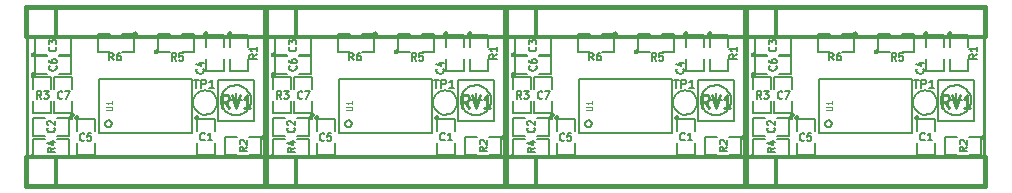
<source format=gto>
G75*
G70*
%OFA0B0*%
%FSLAX25Y25*%
%IPPOS*%
%LPD*%
%AMOC8*
5,1,8,0,0,1.08239X$1,22.5*
%
%ADD14C,0.00600*%
%ADD16C,0.00990*%
%ADD19C,0.00500*%
%ADD20C,0.01000*%
%ADD21C,0.00790*%
%ADD26C,0.00590*%
%ADD28C,0.01200*%
%ADD38C,0.00390*%
X0010000Y0010000D02*
G01*
D14*
D21*
X0080000Y0041150D02*
X0080000Y0036820D01*
X0082170Y0038980D02*
X0077830Y0038980D01*
X0085010Y0038790D02*
X0084910Y0037820D01*
X0084630Y0036890D01*
X0084170Y0036020D01*
X0083550Y0035260D01*
X0082800Y0034640D01*
X0081940Y0034180D01*
X0081000Y0033890D01*
X0080030Y0033790D01*
X0079070Y0033870D01*
X0078130Y0034150D01*
X0077260Y0034600D01*
X0076500Y0035220D01*
X0075870Y0035960D01*
X0075400Y0036820D01*
X0075100Y0037750D01*
X0075000Y0038730D01*
X0075080Y0039690D01*
X0075350Y0040630D01*
X0075790Y0041500D01*
X0076400Y0042270D01*
X0077150Y0042900D01*
X0078000Y0043380D01*
X0078930Y0043680D01*
X0079900Y0043790D01*
X0080860Y0043720D01*
X0081810Y0043460D01*
X0082680Y0043020D01*
X0083450Y0042410D01*
X0084090Y0041670D01*
X0084570Y0040820D01*
X0084880Y0039890D01*
X0085000Y0038920D01*
X0085010Y0038790D01*
X0086100Y0031900D02*
X0073900Y0031900D01*
X0073910Y0031900D02*
X0073910Y0045480D01*
X0073910Y0045470D02*
X0086110Y0045470D01*
X0086100Y0045490D02*
X0086100Y0031910D01*
D19*
X0067500Y0033000D02*
X0067490Y0032910D01*
X0067460Y0032810D01*
X0067410Y0032730D01*
X0067350Y0032650D01*
X0067270Y0032590D01*
X0067190Y0032540D01*
X0067100Y0032520D01*
X0067000Y0032510D01*
X0066910Y0032510D01*
X0066820Y0032540D01*
X0066730Y0032590D01*
X0066660Y0032650D01*
X0066590Y0032720D01*
X0066550Y0032810D01*
X0066520Y0032900D01*
X0066510Y0033000D01*
X0066510Y0033090D01*
X0066540Y0033180D01*
X0066580Y0033270D01*
X0066650Y0033340D01*
X0066720Y0033410D01*
X0066800Y0033450D01*
X0066900Y0033480D01*
X0066990Y0033490D01*
X0067080Y0033490D01*
X0067180Y0033460D01*
X0067260Y0033420D01*
X0067340Y0033360D01*
X0067400Y0033280D01*
X0067450Y0033200D01*
X0067480Y0033110D01*
X0067490Y0033010D01*
X0067500Y0033000D01*
X0067000Y0028500D02*
X0067000Y0032500D01*
X0067000Y0032500D02*
X0073000Y0032500D01*
X0073000Y0032500D02*
X0073000Y0028500D01*
X0073000Y0024500D02*
X0073000Y0020500D01*
X0073000Y0020500D02*
X0067000Y0020500D01*
X0067000Y0020500D02*
X0067000Y0024500D01*
X0047000Y0061000D02*
X0046990Y0060910D01*
X0046960Y0060810D01*
X0046910Y0060730D01*
X0046850Y0060650D01*
X0046770Y0060590D01*
X0046690Y0060540D01*
X0046600Y0060520D01*
X0046500Y0060510D01*
X0046410Y0060510D01*
X0046320Y0060540D01*
X0046230Y0060590D01*
X0046160Y0060650D01*
X0046090Y0060720D01*
X0046050Y0060810D01*
X0046020Y0060900D01*
X0046010Y0061000D01*
X0046010Y0061090D01*
X0046040Y0061180D01*
X0046080Y0061270D01*
X0046150Y0061340D01*
X0046220Y0061410D01*
X0046300Y0061450D01*
X0046400Y0061480D01*
X0046490Y0061490D01*
X0046580Y0061490D01*
X0046680Y0061460D01*
X0046760Y0061420D01*
X0046840Y0061360D01*
X0046900Y0061280D01*
X0046950Y0061200D01*
X0046980Y0061110D01*
X0046990Y0061010D01*
X0047000Y0061000D01*
X0042000Y0061000D02*
X0046000Y0061000D01*
X0046000Y0061000D02*
X0046000Y0055000D01*
X0046000Y0055000D02*
X0042000Y0055000D01*
X0038000Y0055000D02*
X0034000Y0055000D01*
X0034000Y0055000D02*
X0034000Y0061000D01*
X0034000Y0061000D02*
X0038000Y0061000D01*
X0054000Y0055000D02*
X0053990Y0054910D01*
X0053960Y0054810D01*
X0053910Y0054730D01*
X0053850Y0054650D01*
X0053770Y0054590D01*
X0053690Y0054540D01*
X0053600Y0054520D01*
X0053500Y0054510D01*
X0053410Y0054510D01*
X0053320Y0054540D01*
X0053230Y0054590D01*
X0053160Y0054650D01*
X0053090Y0054720D01*
X0053050Y0054810D01*
X0053020Y0054900D01*
X0053010Y0055000D01*
X0053010Y0055090D01*
X0053040Y0055180D01*
X0053080Y0055270D01*
X0053150Y0055340D01*
X0053220Y0055410D01*
X0053300Y0055450D01*
X0053400Y0055480D01*
X0053490Y0055490D01*
X0053580Y0055490D01*
X0053680Y0055460D01*
X0053760Y0055420D01*
X0053840Y0055360D01*
X0053900Y0055280D01*
X0053950Y0055200D01*
X0053980Y0055110D01*
X0053990Y0055010D01*
X0054000Y0055000D01*
X0058000Y0055000D02*
X0054000Y0055000D01*
X0054000Y0055000D02*
X0054000Y0061000D01*
X0054000Y0061000D02*
X0058000Y0061000D01*
X0062000Y0061000D02*
X0066000Y0061000D01*
X0066000Y0061000D02*
X0066000Y0055000D01*
X0066000Y0055000D02*
X0062000Y0055000D01*
X0012500Y0020000D02*
X0012490Y0019910D01*
X0012460Y0019810D01*
X0012410Y0019730D01*
X0012350Y0019650D01*
X0012270Y0019590D01*
X0012190Y0019540D01*
X0012100Y0019520D01*
X0012000Y0019510D01*
X0011910Y0019510D01*
X0011820Y0019540D01*
X0011730Y0019590D01*
X0011660Y0019650D01*
X0011590Y0019720D01*
X0011550Y0019810D01*
X0011520Y0019900D01*
X0011510Y0020000D01*
X0011510Y0020090D01*
X0011540Y0020180D01*
X0011580Y0020270D01*
X0011650Y0020340D01*
X0011720Y0020410D01*
X0011800Y0020450D01*
X0011900Y0020480D01*
X0011990Y0020490D01*
X0012080Y0020490D01*
X0012180Y0020460D01*
X0012260Y0020420D01*
X0012340Y0020360D01*
X0012400Y0020280D01*
X0012450Y0020200D01*
X0012480Y0020110D01*
X0012490Y0020010D01*
X0012500Y0020000D01*
X0016500Y0020000D02*
X0012500Y0020000D01*
X0012500Y0020000D02*
X0012500Y0026000D01*
X0012500Y0026000D02*
X0016500Y0026000D01*
X0020500Y0026000D02*
X0024500Y0026000D01*
X0024500Y0026000D02*
X0024500Y0020000D01*
X0024500Y0020000D02*
X0020500Y0020000D01*
X0013000Y0047000D02*
X0012990Y0046910D01*
X0012960Y0046810D01*
X0012910Y0046730D01*
X0012850Y0046650D01*
X0012770Y0046590D01*
X0012690Y0046540D01*
X0012600Y0046520D01*
X0012500Y0046510D01*
X0012410Y0046510D01*
X0012320Y0046540D01*
X0012230Y0046590D01*
X0012160Y0046650D01*
X0012090Y0046720D01*
X0012050Y0046810D01*
X0012020Y0046900D01*
X0012010Y0047000D01*
X0012010Y0047090D01*
X0012040Y0047180D01*
X0012080Y0047270D01*
X0012150Y0047340D01*
X0012220Y0047410D01*
X0012300Y0047450D01*
X0012400Y0047480D01*
X0012490Y0047490D01*
X0012580Y0047490D01*
X0012680Y0047460D01*
X0012760Y0047420D01*
X0012840Y0047360D01*
X0012900Y0047280D01*
X0012950Y0047200D01*
X0012980Y0047110D01*
X0012990Y0047010D01*
X0013000Y0047000D01*
X0012500Y0042500D02*
X0012500Y0046500D01*
X0012500Y0046500D02*
X0018500Y0046500D01*
X0018500Y0046500D02*
X0018500Y0042500D01*
X0018500Y0038500D02*
X0018500Y0034500D01*
X0018500Y0034500D02*
X0012500Y0034500D01*
X0012500Y0034500D02*
X0012500Y0038500D01*
X0089500Y0026500D02*
X0089490Y0026410D01*
X0089460Y0026310D01*
X0089410Y0026230D01*
X0089350Y0026150D01*
X0089270Y0026090D01*
X0089190Y0026040D01*
X0089100Y0026020D01*
X0089000Y0026010D01*
X0088910Y0026010D01*
X0088820Y0026040D01*
X0088730Y0026090D01*
X0088660Y0026150D01*
X0088590Y0026220D01*
X0088550Y0026310D01*
X0088520Y0026400D01*
X0088510Y0026500D01*
X0088510Y0026590D01*
X0088540Y0026680D01*
X0088580Y0026770D01*
X0088650Y0026840D01*
X0088720Y0026910D01*
X0088800Y0026950D01*
X0088900Y0026980D01*
X0088990Y0026990D01*
X0089080Y0026990D01*
X0089180Y0026960D01*
X0089260Y0026920D01*
X0089340Y0026860D01*
X0089400Y0026780D01*
X0089450Y0026700D01*
X0089480Y0026610D01*
X0089490Y0026510D01*
X0089500Y0026500D01*
X0084500Y0026500D02*
X0088500Y0026500D01*
X0088500Y0026500D02*
X0088500Y0020500D01*
X0088500Y0020500D02*
X0084500Y0020500D01*
X0080500Y0020500D02*
X0076500Y0020500D01*
X0076500Y0020500D02*
X0076500Y0026500D01*
X0076500Y0026500D02*
X0080500Y0026500D01*
X0078500Y0061000D02*
X0078490Y0060910D01*
X0078460Y0060810D01*
X0078410Y0060730D01*
X0078350Y0060650D01*
X0078270Y0060590D01*
X0078190Y0060540D01*
X0078100Y0060520D01*
X0078000Y0060510D01*
X0077910Y0060510D01*
X0077820Y0060540D01*
X0077730Y0060590D01*
X0077660Y0060650D01*
X0077590Y0060720D01*
X0077550Y0060810D01*
X0077520Y0060900D01*
X0077510Y0061000D01*
X0077510Y0061090D01*
X0077540Y0061180D01*
X0077580Y0061270D01*
X0077650Y0061340D01*
X0077720Y0061410D01*
X0077800Y0061450D01*
X0077900Y0061480D01*
X0077990Y0061490D01*
X0078080Y0061490D01*
X0078180Y0061460D01*
X0078260Y0061420D01*
X0078340Y0061360D01*
X0078400Y0061280D01*
X0078450Y0061200D01*
X0078480Y0061110D01*
X0078490Y0061010D01*
X0078500Y0061000D01*
X0078000Y0056500D02*
X0078000Y0060500D01*
X0078000Y0060500D02*
X0084000Y0060500D01*
X0084000Y0060500D02*
X0084000Y0056500D01*
X0084000Y0052500D02*
X0084000Y0048500D01*
X0084000Y0048500D02*
X0078000Y0048500D01*
X0078000Y0048500D02*
X0078000Y0052500D01*
X0026000Y0034000D02*
X0025990Y0033910D01*
X0025960Y0033810D01*
X0025910Y0033730D01*
X0025850Y0033650D01*
X0025770Y0033590D01*
X0025690Y0033540D01*
X0025600Y0033520D01*
X0025500Y0033510D01*
X0025410Y0033510D01*
X0025320Y0033540D01*
X0025230Y0033590D01*
X0025160Y0033650D01*
X0025090Y0033720D01*
X0025050Y0033810D01*
X0025020Y0033900D01*
X0025010Y0034000D01*
X0025010Y0034090D01*
X0025040Y0034180D01*
X0025080Y0034270D01*
X0025150Y0034340D01*
X0025220Y0034410D01*
X0025300Y0034450D01*
X0025400Y0034480D01*
X0025490Y0034490D01*
X0025580Y0034490D01*
X0025680Y0034460D01*
X0025760Y0034420D01*
X0025840Y0034360D01*
X0025900Y0034280D01*
X0025950Y0034200D01*
X0025980Y0034110D01*
X0025990Y0034010D01*
X0026000Y0034000D01*
X0025500Y0038500D02*
X0025500Y0034500D01*
X0025500Y0034500D02*
X0019500Y0034500D01*
X0019500Y0034500D02*
X0019500Y0038500D01*
X0019500Y0042500D02*
X0019500Y0046500D01*
X0019500Y0046500D02*
X0025500Y0046500D01*
X0025500Y0046500D02*
X0025500Y0042500D01*
X0013000Y0047500D02*
X0012990Y0047410D01*
X0012960Y0047310D01*
X0012910Y0047230D01*
X0012850Y0047150D01*
X0012770Y0047090D01*
X0012690Y0047040D01*
X0012600Y0047020D01*
X0012500Y0047010D01*
X0012410Y0047010D01*
X0012320Y0047040D01*
X0012230Y0047090D01*
X0012160Y0047150D01*
X0012090Y0047220D01*
X0012050Y0047310D01*
X0012020Y0047400D01*
X0012010Y0047500D01*
X0012010Y0047590D01*
X0012040Y0047680D01*
X0012080Y0047770D01*
X0012150Y0047840D01*
X0012220Y0047910D01*
X0012300Y0047950D01*
X0012400Y0047980D01*
X0012490Y0047990D01*
X0012580Y0047990D01*
X0012680Y0047960D01*
X0012760Y0047920D01*
X0012840Y0047860D01*
X0012900Y0047780D01*
X0012950Y0047700D01*
X0012980Y0047610D01*
X0012990Y0047510D01*
X0013000Y0047500D01*
X0017000Y0047500D02*
X0013000Y0047500D01*
X0013000Y0047500D02*
X0013000Y0053500D01*
X0013000Y0053500D02*
X0017000Y0053500D01*
X0021000Y0053500D02*
X0025000Y0053500D01*
X0025000Y0053500D02*
X0025000Y0047500D01*
X0025000Y0047500D02*
X0021000Y0047500D01*
X0027500Y0033000D02*
X0027490Y0032910D01*
X0027460Y0032810D01*
X0027410Y0032730D01*
X0027350Y0032650D01*
X0027270Y0032590D01*
X0027190Y0032540D01*
X0027100Y0032520D01*
X0027000Y0032510D01*
X0026910Y0032510D01*
X0026820Y0032540D01*
X0026730Y0032590D01*
X0026660Y0032650D01*
X0026590Y0032720D01*
X0026550Y0032810D01*
X0026520Y0032900D01*
X0026510Y0033000D01*
X0026510Y0033090D01*
X0026540Y0033180D01*
X0026580Y0033270D01*
X0026650Y0033340D01*
X0026720Y0033410D01*
X0026800Y0033450D01*
X0026900Y0033480D01*
X0026990Y0033490D01*
X0027080Y0033490D01*
X0027180Y0033460D01*
X0027260Y0033420D01*
X0027340Y0033360D01*
X0027400Y0033280D01*
X0027450Y0033200D01*
X0027480Y0033110D01*
X0027490Y0033010D01*
X0027500Y0033000D01*
X0027000Y0028500D02*
X0027000Y0032500D01*
X0027000Y0032500D02*
X0033000Y0032500D01*
X0033000Y0032500D02*
X0033000Y0028500D01*
X0033000Y0024500D02*
X0033000Y0020500D01*
X0033000Y0020500D02*
X0027000Y0020500D01*
X0027000Y0020500D02*
X0027000Y0024500D01*
X0070500Y0061000D02*
X0070490Y0060910D01*
X0070460Y0060810D01*
X0070410Y0060730D01*
X0070350Y0060650D01*
X0070270Y0060590D01*
X0070190Y0060540D01*
X0070100Y0060520D01*
X0070000Y0060510D01*
X0069910Y0060510D01*
X0069820Y0060540D01*
X0069730Y0060590D01*
X0069660Y0060650D01*
X0069590Y0060720D01*
X0069550Y0060810D01*
X0069520Y0060900D01*
X0069510Y0061000D01*
X0069510Y0061090D01*
X0069540Y0061180D01*
X0069580Y0061270D01*
X0069650Y0061340D01*
X0069720Y0061410D01*
X0069800Y0061450D01*
X0069900Y0061480D01*
X0069990Y0061490D01*
X0070080Y0061490D01*
X0070180Y0061460D01*
X0070260Y0061420D01*
X0070340Y0061360D01*
X0070400Y0061280D01*
X0070450Y0061200D01*
X0070480Y0061110D01*
X0070490Y0061010D01*
X0070500Y0061000D01*
X0070000Y0056500D02*
X0070000Y0060500D01*
X0070000Y0060500D02*
X0076000Y0060500D01*
X0076000Y0060500D02*
X0076000Y0056500D01*
X0076000Y0052500D02*
X0076000Y0048500D01*
X0076000Y0048500D02*
X0070000Y0048500D01*
X0070000Y0048500D02*
X0070000Y0052500D01*
X0013000Y0054000D02*
X0012990Y0053910D01*
X0012960Y0053810D01*
X0012910Y0053730D01*
X0012850Y0053650D01*
X0012770Y0053590D01*
X0012690Y0053540D01*
X0012600Y0053520D01*
X0012500Y0053510D01*
X0012410Y0053510D01*
X0012320Y0053540D01*
X0012230Y0053590D01*
X0012160Y0053650D01*
X0012090Y0053720D01*
X0012050Y0053810D01*
X0012020Y0053900D01*
X0012010Y0054000D01*
X0012010Y0054090D01*
X0012040Y0054180D01*
X0012080Y0054270D01*
X0012150Y0054340D01*
X0012220Y0054410D01*
X0012300Y0054450D01*
X0012400Y0054480D01*
X0012490Y0054490D01*
X0012580Y0054490D01*
X0012680Y0054460D01*
X0012760Y0054420D01*
X0012840Y0054360D01*
X0012900Y0054280D01*
X0012950Y0054200D01*
X0012980Y0054110D01*
X0012990Y0054010D01*
X0013000Y0054000D01*
X0017000Y0054000D02*
X0013000Y0054000D01*
X0013000Y0054000D02*
X0013000Y0060000D01*
X0013000Y0060000D02*
X0017000Y0060000D01*
X0021000Y0060000D02*
X0025000Y0060000D01*
X0025000Y0060000D02*
X0025000Y0054000D01*
X0025000Y0054000D02*
X0021000Y0054000D01*
X0025500Y0033000D02*
X0025490Y0032910D01*
X0025460Y0032810D01*
X0025410Y0032730D01*
X0025350Y0032650D01*
X0025270Y0032590D01*
X0025190Y0032540D01*
X0025100Y0032520D01*
X0025000Y0032510D01*
X0024910Y0032510D01*
X0024820Y0032540D01*
X0024730Y0032590D01*
X0024660Y0032650D01*
X0024590Y0032720D01*
X0024550Y0032810D01*
X0024520Y0032900D01*
X0024510Y0033000D01*
X0024510Y0033090D01*
X0024540Y0033180D01*
X0024580Y0033270D01*
X0024650Y0033340D01*
X0024720Y0033410D01*
X0024800Y0033450D01*
X0024900Y0033480D01*
X0024990Y0033490D01*
X0025080Y0033490D01*
X0025180Y0033460D01*
X0025260Y0033420D01*
X0025340Y0033360D01*
X0025400Y0033280D01*
X0025450Y0033200D01*
X0025480Y0033110D01*
X0025490Y0033010D01*
X0025500Y0033000D01*
X0020500Y0033000D02*
X0024500Y0033000D01*
X0024500Y0033000D02*
X0024500Y0027000D01*
X0024500Y0027000D02*
X0020500Y0027000D01*
X0016500Y0027000D02*
X0012500Y0027000D01*
X0012500Y0027000D02*
X0012500Y0033000D01*
X0012500Y0033000D02*
X0016500Y0033000D01*
D28*
X0010000Y0070000D02*
X0090000Y0070000D01*
X0090000Y0070000D02*
X0090000Y0060000D01*
X0090000Y0060000D02*
X0010000Y0060000D01*
X0010000Y0060000D02*
X0010000Y0070000D01*
X0020000Y0060000D02*
X0020000Y0070000D01*
X0010000Y0020000D02*
X0090000Y0020000D01*
X0090000Y0020000D02*
X0090000Y0010000D01*
X0090000Y0010000D02*
X0010000Y0010000D01*
X0010000Y0010000D02*
X0010000Y0020000D01*
X0020000Y0010000D02*
X0020000Y0020000D01*
D19*
X0065500Y0046000D02*
X0034500Y0046000D01*
X0034500Y0046000D02*
X0034500Y0028000D01*
X0034500Y0028000D02*
X0065500Y0028000D01*
X0065500Y0028000D02*
X0065500Y0046000D01*
X0038610Y0031000D02*
X0038580Y0030790D01*
X0038520Y0030580D01*
X0038420Y0030390D01*
X0038280Y0030220D01*
X0038120Y0030080D01*
X0037930Y0029980D01*
X0037720Y0029920D01*
X0037500Y0029900D01*
X0037300Y0029910D01*
X0037090Y0029980D01*
X0036900Y0030080D01*
X0036730Y0030210D01*
X0036590Y0030380D01*
X0036480Y0030570D01*
X0036420Y0030770D01*
X0036400Y0030990D01*
X0036410Y0031200D01*
X0036470Y0031400D01*
X0036570Y0031600D01*
X0036710Y0031770D01*
X0036870Y0031910D01*
X0037060Y0032010D01*
X0037270Y0032080D01*
X0037480Y0032100D01*
X0037690Y0032090D01*
X0037900Y0032030D01*
X0038090Y0031930D01*
X0038260Y0031800D01*
X0038400Y0031630D01*
X0038510Y0031450D01*
X0038580Y0031240D01*
X0038600Y0031030D01*
X0038610Y0031000D01*
D26*
X0073800Y0038000D02*
X0073720Y0037220D01*
X0073490Y0036460D01*
X0073120Y0035760D01*
X0072620Y0035150D01*
X0072010Y0034650D01*
X0071310Y0034270D01*
X0070560Y0034040D01*
X0069770Y0033960D01*
X0069000Y0034030D01*
X0068240Y0034250D01*
X0067540Y0034620D01*
X0066920Y0035110D01*
X0066410Y0035720D01*
X0066030Y0036410D01*
X0065790Y0037160D01*
X0065710Y0037950D01*
X0065770Y0038730D01*
X0065990Y0039490D01*
X0066350Y0040190D01*
X0066840Y0040810D01*
X0067440Y0041320D01*
X0068130Y0041710D01*
X0068890Y0041950D01*
X0069670Y0042040D01*
X0070450Y0041980D01*
X0071210Y0041770D01*
X0071920Y0041410D01*
X0072540Y0040930D01*
X0073050Y0040330D01*
X0073440Y0039640D01*
X0073690Y0038890D01*
X0073790Y0038110D01*
X0073800Y0038000D01*
D16*
X0077660Y0036250D02*
X0076350Y0038310D01*
X0075410Y0036250D02*
X0075410Y0040580D01*
X0076910Y0040580D01*
X0077280Y0040380D01*
X0077470Y0040170D01*
X0077660Y0039760D01*
X0077660Y0039140D01*
X0077470Y0038730D01*
X0077280Y0038520D01*
X0076910Y0038310D01*
X0075410Y0038310D01*
X0078790Y0040580D02*
X0080100Y0036250D01*
X0081410Y0040580D01*
X0084790Y0036250D02*
X0082540Y0036250D01*
X0083670Y0036250D02*
X0083670Y0040580D01*
X0083290Y0039960D01*
X0082920Y0039550D01*
X0082540Y0039350D01*
D19*
X0069580Y0025630D02*
X0069460Y0025510D01*
X0069110Y0025390D01*
X0068870Y0025390D01*
X0068510Y0025510D01*
X0068270Y0025750D01*
X0068160Y0025980D01*
X0068040Y0026460D01*
X0068040Y0026820D01*
X0068160Y0027290D01*
X0068270Y0027530D01*
X0068510Y0027770D01*
X0068870Y0027890D01*
X0069110Y0027890D01*
X0069460Y0027770D01*
X0069580Y0027650D01*
X0071960Y0025390D02*
X0070540Y0025390D01*
X0071250Y0025390D02*
X0071250Y0027890D01*
X0071010Y0027530D01*
X0070770Y0027290D01*
X0070540Y0027170D01*
X0039280Y0052090D02*
X0038450Y0053280D01*
X0037860Y0052090D02*
X0037860Y0054590D01*
X0038810Y0054590D01*
X0039050Y0054470D01*
X0039160Y0054350D01*
X0039280Y0054110D01*
X0039280Y0053750D01*
X0039160Y0053520D01*
X0039050Y0053400D01*
X0038810Y0053280D01*
X0037860Y0053280D01*
X0041430Y0054590D02*
X0040950Y0054590D01*
X0040710Y0054470D01*
X0040590Y0054350D01*
X0040360Y0053990D01*
X0040240Y0053520D01*
X0040240Y0052560D01*
X0040360Y0052330D01*
X0040470Y0052210D01*
X0040710Y0052090D01*
X0041190Y0052090D01*
X0041430Y0052210D01*
X0041550Y0052330D01*
X0041660Y0052560D01*
X0041660Y0053160D01*
X0041550Y0053400D01*
X0041430Y0053520D01*
X0041190Y0053640D01*
X0040710Y0053640D01*
X0040470Y0053520D01*
X0040360Y0053400D01*
X0040240Y0053160D01*
X0060080Y0051990D02*
X0059250Y0053180D01*
X0058660Y0051990D02*
X0058660Y0054490D01*
X0059610Y0054490D01*
X0059850Y0054370D01*
X0059960Y0054250D01*
X0060080Y0054010D01*
X0060080Y0053650D01*
X0059960Y0053420D01*
X0059850Y0053300D01*
X0059610Y0053180D01*
X0058660Y0053180D01*
X0062350Y0054490D02*
X0061160Y0054490D01*
X0061040Y0053300D01*
X0061160Y0053420D01*
X0061390Y0053540D01*
X0061990Y0053540D01*
X0062230Y0053420D01*
X0062350Y0053300D01*
X0062460Y0053060D01*
X0062460Y0052460D01*
X0062350Y0052230D01*
X0062230Y0052110D01*
X0061990Y0051990D01*
X0061390Y0051990D01*
X0061160Y0052110D01*
X0061040Y0052230D01*
X0019710Y0022880D02*
X0018520Y0022050D01*
X0019710Y0021460D02*
X0017210Y0021460D01*
X0017210Y0022410D01*
X0017330Y0022650D01*
X0017450Y0022760D01*
X0017690Y0022880D01*
X0018050Y0022880D01*
X0018280Y0022760D01*
X0018400Y0022650D01*
X0018520Y0022410D01*
X0018520Y0021460D01*
X0018050Y0025030D02*
X0019710Y0025030D01*
X0017090Y0024430D02*
X0018880Y0023840D01*
X0018880Y0025380D01*
X0015180Y0039290D02*
X0014350Y0040480D01*
X0013760Y0039290D02*
X0013760Y0041790D01*
X0014710Y0041790D01*
X0014950Y0041670D01*
X0015060Y0041550D01*
X0015180Y0041310D01*
X0015180Y0040950D01*
X0015060Y0040720D01*
X0014950Y0040600D01*
X0014710Y0040480D01*
X0013760Y0040480D01*
X0016020Y0041790D02*
X0017560Y0041790D01*
X0016730Y0040840D01*
X0017090Y0040840D01*
X0017330Y0040720D01*
X0017450Y0040600D01*
X0017560Y0040360D01*
X0017560Y0039760D01*
X0017450Y0039530D01*
X0017330Y0039410D01*
X0017090Y0039290D01*
X0016370Y0039290D01*
X0016140Y0039410D01*
X0016020Y0039530D01*
X0083710Y0023180D02*
X0082520Y0022350D01*
X0083710Y0021760D02*
X0081210Y0021760D01*
X0081210Y0022710D01*
X0081330Y0022950D01*
X0081450Y0023060D01*
X0081690Y0023180D01*
X0082050Y0023180D01*
X0082280Y0023060D01*
X0082400Y0022950D01*
X0082520Y0022710D01*
X0082520Y0021760D01*
X0081450Y0024140D02*
X0081330Y0024260D01*
X0081210Y0024490D01*
X0081210Y0025090D01*
X0081330Y0025330D01*
X0081450Y0025450D01*
X0081690Y0025560D01*
X0081930Y0025560D01*
X0082280Y0025450D01*
X0083710Y0024020D01*
X0083710Y0025560D01*
X0087010Y0054080D02*
X0085820Y0053250D01*
X0087010Y0052660D02*
X0084510Y0052660D01*
X0084510Y0053610D01*
X0084630Y0053850D01*
X0084750Y0053960D01*
X0084990Y0054080D01*
X0085350Y0054080D01*
X0085580Y0053960D01*
X0085700Y0053850D01*
X0085820Y0053610D01*
X0085820Y0052660D01*
X0087010Y0056460D02*
X0087010Y0055040D01*
X0087010Y0055750D02*
X0084510Y0055750D01*
X0084870Y0055510D01*
X0085110Y0055270D01*
X0085230Y0055040D01*
X0022080Y0039530D02*
X0021960Y0039410D01*
X0021610Y0039290D01*
X0021370Y0039290D01*
X0021010Y0039410D01*
X0020770Y0039650D01*
X0020660Y0039880D01*
X0020540Y0040360D01*
X0020540Y0040720D01*
X0020660Y0041190D01*
X0020770Y0041430D01*
X0021010Y0041670D01*
X0021370Y0041790D01*
X0021610Y0041790D01*
X0021960Y0041670D01*
X0022080Y0041550D01*
X0022920Y0041790D02*
X0024580Y0041790D01*
X0023510Y0039290D01*
X0019970Y0050180D02*
X0020090Y0050060D01*
X0020210Y0049710D01*
X0020210Y0049470D01*
X0020090Y0049110D01*
X0019850Y0048870D01*
X0019620Y0048760D01*
X0019140Y0048640D01*
X0018780Y0048640D01*
X0018310Y0048760D01*
X0018070Y0048870D01*
X0017830Y0049110D01*
X0017710Y0049470D01*
X0017710Y0049710D01*
X0017830Y0050060D01*
X0017950Y0050180D01*
X0017710Y0052330D02*
X0017710Y0051850D01*
X0017830Y0051610D01*
X0017950Y0051490D01*
X0018310Y0051260D01*
X0018780Y0051140D01*
X0019740Y0051140D01*
X0019970Y0051260D01*
X0020090Y0051370D01*
X0020210Y0051610D01*
X0020210Y0052090D01*
X0020090Y0052330D01*
X0019970Y0052450D01*
X0019740Y0052560D01*
X0019140Y0052560D01*
X0018900Y0052450D01*
X0018780Y0052330D01*
X0018660Y0052090D01*
X0018660Y0051610D01*
X0018780Y0051370D01*
X0018900Y0051260D01*
X0019140Y0051140D01*
X0029480Y0025530D02*
X0029360Y0025410D01*
X0029010Y0025290D01*
X0028770Y0025290D01*
X0028410Y0025410D01*
X0028170Y0025650D01*
X0028060Y0025880D01*
X0027940Y0026360D01*
X0027940Y0026720D01*
X0028060Y0027190D01*
X0028170Y0027430D01*
X0028410Y0027670D01*
X0028770Y0027790D01*
X0029010Y0027790D01*
X0029360Y0027670D01*
X0029480Y0027550D01*
X0031750Y0027790D02*
X0030560Y0027790D01*
X0030440Y0026600D01*
X0030560Y0026720D01*
X0030790Y0026840D01*
X0031390Y0026840D01*
X0031630Y0026720D01*
X0031750Y0026600D01*
X0031860Y0026360D01*
X0031860Y0025760D01*
X0031750Y0025530D01*
X0031630Y0025410D01*
X0031390Y0025290D01*
X0030790Y0025290D01*
X0030560Y0025410D01*
X0030440Y0025530D01*
X0069070Y0049180D02*
X0069190Y0049060D01*
X0069310Y0048710D01*
X0069310Y0048470D01*
X0069190Y0048110D01*
X0068950Y0047870D01*
X0068720Y0047760D01*
X0068240Y0047640D01*
X0067880Y0047640D01*
X0067410Y0047760D01*
X0067170Y0047870D01*
X0066930Y0048110D01*
X0066810Y0048470D01*
X0066810Y0048710D01*
X0066930Y0049060D01*
X0067050Y0049180D01*
X0067650Y0051330D02*
X0069310Y0051330D01*
X0066690Y0050730D02*
X0068480Y0050140D01*
X0068480Y0051680D01*
X0019870Y0056580D02*
X0019990Y0056460D01*
X0020110Y0056110D01*
X0020110Y0055870D01*
X0019990Y0055510D01*
X0019750Y0055270D01*
X0019520Y0055160D01*
X0019040Y0055040D01*
X0018680Y0055040D01*
X0018210Y0055160D01*
X0017970Y0055270D01*
X0017730Y0055510D01*
X0017610Y0055870D01*
X0017610Y0056110D01*
X0017730Y0056460D01*
X0017850Y0056580D01*
X0017610Y0057420D02*
X0017610Y0058960D01*
X0018560Y0058130D01*
X0018560Y0058490D01*
X0018680Y0058730D01*
X0018800Y0058850D01*
X0019040Y0058960D01*
X0019640Y0058960D01*
X0019870Y0058850D01*
X0019990Y0058730D01*
X0020110Y0058490D01*
X0020110Y0057770D01*
X0019990Y0057540D01*
X0019870Y0057420D01*
X0019370Y0029580D02*
X0019490Y0029460D01*
X0019610Y0029110D01*
X0019610Y0028870D01*
X0019490Y0028510D01*
X0019250Y0028270D01*
X0019020Y0028160D01*
X0018540Y0028040D01*
X0018180Y0028040D01*
X0017710Y0028160D01*
X0017470Y0028270D01*
X0017230Y0028510D01*
X0017110Y0028870D01*
X0017110Y0029110D01*
X0017230Y0029460D01*
X0017350Y0029580D01*
X0017350Y0030540D02*
X0017230Y0030660D01*
X0017110Y0030890D01*
X0017110Y0031490D01*
X0017230Y0031730D01*
X0017350Y0031850D01*
X0017590Y0031960D01*
X0017830Y0031960D01*
X0018180Y0031850D01*
X0019610Y0030420D01*
X0019610Y0031960D01*
D38*
X0036820Y0035500D02*
X0038420Y0035500D01*
X0038600Y0035590D01*
X0038700Y0035690D01*
X0038790Y0035870D01*
X0038790Y0036250D01*
X0038700Y0036440D01*
X0038600Y0036530D01*
X0038420Y0036620D01*
X0036820Y0036620D01*
X0038790Y0038590D02*
X0038790Y0037470D01*
X0038790Y0038030D02*
X0036820Y0038030D01*
X0037100Y0037840D01*
X0037290Y0037650D01*
X0037390Y0037470D01*
D26*
X0066020Y0045640D02*
X0067600Y0045640D01*
X0066810Y0042880D02*
X0066810Y0045640D01*
X0068520Y0042880D02*
X0068520Y0045640D01*
X0069570Y0045640D01*
X0069830Y0045510D01*
X0069960Y0045380D01*
X0070090Y0045120D01*
X0070090Y0044720D01*
X0069960Y0044460D01*
X0069830Y0044330D01*
X0069570Y0044200D01*
X0068520Y0044200D01*
X0072720Y0042880D02*
X0071150Y0042880D01*
X0071930Y0042880D02*
X0071930Y0045640D01*
X0071670Y0045250D01*
X0071410Y0044990D01*
X0071150Y0044850D01*
D20*
X0010500Y0010500D02*
X0010500Y0069500D01*
X0010500Y0069500D02*
X0090500Y0069500D01*
X0090500Y0069500D02*
X0090500Y0010500D01*
X0010500Y0010500D01*
X0090000Y0010000D02*
G01*
D14*
D21*
X0160000Y0041150D02*
X0160000Y0036820D01*
X0162170Y0038980D02*
X0157830Y0038980D01*
X0165010Y0038790D02*
X0164910Y0037820D01*
X0164630Y0036890D01*
X0164170Y0036020D01*
X0163550Y0035260D01*
X0162800Y0034640D01*
X0161940Y0034180D01*
X0161000Y0033890D01*
X0160030Y0033790D01*
X0159070Y0033870D01*
X0158130Y0034150D01*
X0157260Y0034600D01*
X0156500Y0035220D01*
X0155870Y0035960D01*
X0155400Y0036820D01*
X0155100Y0037750D01*
X0155000Y0038730D01*
X0155080Y0039690D01*
X0155350Y0040630D01*
X0155790Y0041500D01*
X0156400Y0042270D01*
X0157150Y0042900D01*
X0158000Y0043380D01*
X0158930Y0043680D01*
X0159900Y0043790D01*
X0160860Y0043720D01*
X0161810Y0043460D01*
X0162680Y0043020D01*
X0163450Y0042410D01*
X0164090Y0041670D01*
X0164570Y0040820D01*
X0164880Y0039890D01*
X0165000Y0038920D01*
X0165010Y0038790D01*
X0166100Y0031900D02*
X0153900Y0031900D01*
X0153910Y0031900D02*
X0153910Y0045480D01*
X0153910Y0045470D02*
X0166110Y0045470D01*
X0166100Y0045490D02*
X0166100Y0031910D01*
D19*
X0147500Y0033000D02*
X0147490Y0032910D01*
X0147460Y0032810D01*
X0147410Y0032730D01*
X0147350Y0032650D01*
X0147270Y0032590D01*
X0147190Y0032540D01*
X0147100Y0032520D01*
X0147000Y0032510D01*
X0146910Y0032510D01*
X0146820Y0032540D01*
X0146730Y0032590D01*
X0146660Y0032650D01*
X0146590Y0032720D01*
X0146550Y0032810D01*
X0146520Y0032900D01*
X0146510Y0033000D01*
X0146510Y0033090D01*
X0146540Y0033180D01*
X0146580Y0033270D01*
X0146650Y0033340D01*
X0146720Y0033410D01*
X0146800Y0033450D01*
X0146900Y0033480D01*
X0146990Y0033490D01*
X0147080Y0033490D01*
X0147180Y0033460D01*
X0147260Y0033420D01*
X0147340Y0033360D01*
X0147400Y0033280D01*
X0147450Y0033200D01*
X0147480Y0033110D01*
X0147490Y0033010D01*
X0147500Y0033000D01*
X0147000Y0028500D02*
X0147000Y0032500D01*
X0147000Y0032500D02*
X0153000Y0032500D01*
X0153000Y0032500D02*
X0153000Y0028500D01*
X0153000Y0024500D02*
X0153000Y0020500D01*
X0153000Y0020500D02*
X0147000Y0020500D01*
X0147000Y0020500D02*
X0147000Y0024500D01*
X0127000Y0061000D02*
X0126990Y0060910D01*
X0126960Y0060810D01*
X0126910Y0060730D01*
X0126850Y0060650D01*
X0126770Y0060590D01*
X0126690Y0060540D01*
X0126600Y0060520D01*
X0126500Y0060510D01*
X0126410Y0060510D01*
X0126320Y0060540D01*
X0126230Y0060590D01*
X0126160Y0060650D01*
X0126090Y0060720D01*
X0126050Y0060810D01*
X0126020Y0060900D01*
X0126010Y0061000D01*
X0126010Y0061090D01*
X0126040Y0061180D01*
X0126080Y0061270D01*
X0126150Y0061340D01*
X0126220Y0061410D01*
X0126300Y0061450D01*
X0126400Y0061480D01*
X0126490Y0061490D01*
X0126580Y0061490D01*
X0126680Y0061460D01*
X0126760Y0061420D01*
X0126840Y0061360D01*
X0126900Y0061280D01*
X0126950Y0061200D01*
X0126980Y0061110D01*
X0126990Y0061010D01*
X0127000Y0061000D01*
X0122000Y0061000D02*
X0126000Y0061000D01*
X0126000Y0061000D02*
X0126000Y0055000D01*
X0126000Y0055000D02*
X0122000Y0055000D01*
X0118000Y0055000D02*
X0114000Y0055000D01*
X0114000Y0055000D02*
X0114000Y0061000D01*
X0114000Y0061000D02*
X0118000Y0061000D01*
X0134000Y0055000D02*
X0133990Y0054910D01*
X0133960Y0054810D01*
X0133910Y0054730D01*
X0133850Y0054650D01*
X0133770Y0054590D01*
X0133690Y0054540D01*
X0133600Y0054520D01*
X0133500Y0054510D01*
X0133410Y0054510D01*
X0133320Y0054540D01*
X0133230Y0054590D01*
X0133160Y0054650D01*
X0133090Y0054720D01*
X0133050Y0054810D01*
X0133020Y0054900D01*
X0133010Y0055000D01*
X0133010Y0055090D01*
X0133040Y0055180D01*
X0133080Y0055270D01*
X0133150Y0055340D01*
X0133220Y0055410D01*
X0133300Y0055450D01*
X0133400Y0055480D01*
X0133490Y0055490D01*
X0133580Y0055490D01*
X0133680Y0055460D01*
X0133760Y0055420D01*
X0133840Y0055360D01*
X0133900Y0055280D01*
X0133950Y0055200D01*
X0133980Y0055110D01*
X0133990Y0055010D01*
X0134000Y0055000D01*
X0138000Y0055000D02*
X0134000Y0055000D01*
X0134000Y0055000D02*
X0134000Y0061000D01*
X0134000Y0061000D02*
X0138000Y0061000D01*
X0142000Y0061000D02*
X0146000Y0061000D01*
X0146000Y0061000D02*
X0146000Y0055000D01*
X0146000Y0055000D02*
X0142000Y0055000D01*
X0092500Y0020000D02*
X0092490Y0019910D01*
X0092460Y0019810D01*
X0092410Y0019730D01*
X0092350Y0019650D01*
X0092270Y0019590D01*
X0092190Y0019540D01*
X0092100Y0019520D01*
X0092000Y0019510D01*
X0091910Y0019510D01*
X0091820Y0019540D01*
X0091730Y0019590D01*
X0091660Y0019650D01*
X0091590Y0019720D01*
X0091550Y0019810D01*
X0091520Y0019900D01*
X0091510Y0020000D01*
X0091510Y0020090D01*
X0091540Y0020180D01*
X0091580Y0020270D01*
X0091650Y0020340D01*
X0091720Y0020410D01*
X0091800Y0020450D01*
X0091900Y0020480D01*
X0091990Y0020490D01*
X0092080Y0020490D01*
X0092180Y0020460D01*
X0092260Y0020420D01*
X0092340Y0020360D01*
X0092400Y0020280D01*
X0092450Y0020200D01*
X0092480Y0020110D01*
X0092490Y0020010D01*
X0092500Y0020000D01*
X0096500Y0020000D02*
X0092500Y0020000D01*
X0092500Y0020000D02*
X0092500Y0026000D01*
X0092500Y0026000D02*
X0096500Y0026000D01*
X0100500Y0026000D02*
X0104500Y0026000D01*
X0104500Y0026000D02*
X0104500Y0020000D01*
X0104500Y0020000D02*
X0100500Y0020000D01*
X0093000Y0047000D02*
X0092990Y0046910D01*
X0092960Y0046810D01*
X0092910Y0046730D01*
X0092850Y0046650D01*
X0092770Y0046590D01*
X0092690Y0046540D01*
X0092600Y0046520D01*
X0092500Y0046510D01*
X0092410Y0046510D01*
X0092320Y0046540D01*
X0092230Y0046590D01*
X0092160Y0046650D01*
X0092090Y0046720D01*
X0092050Y0046810D01*
X0092020Y0046900D01*
X0092010Y0047000D01*
X0092010Y0047090D01*
X0092040Y0047180D01*
X0092080Y0047270D01*
X0092150Y0047340D01*
X0092220Y0047410D01*
X0092300Y0047450D01*
X0092400Y0047480D01*
X0092490Y0047490D01*
X0092580Y0047490D01*
X0092680Y0047460D01*
X0092760Y0047420D01*
X0092840Y0047360D01*
X0092900Y0047280D01*
X0092950Y0047200D01*
X0092980Y0047110D01*
X0092990Y0047010D01*
X0093000Y0047000D01*
X0092500Y0042500D02*
X0092500Y0046500D01*
X0092500Y0046500D02*
X0098500Y0046500D01*
X0098500Y0046500D02*
X0098500Y0042500D01*
X0098500Y0038500D02*
X0098500Y0034500D01*
X0098500Y0034500D02*
X0092500Y0034500D01*
X0092500Y0034500D02*
X0092500Y0038500D01*
X0169500Y0026500D02*
X0169490Y0026410D01*
X0169460Y0026310D01*
X0169410Y0026230D01*
X0169350Y0026150D01*
X0169270Y0026090D01*
X0169190Y0026040D01*
X0169100Y0026020D01*
X0169000Y0026010D01*
X0168910Y0026010D01*
X0168820Y0026040D01*
X0168730Y0026090D01*
X0168660Y0026150D01*
X0168590Y0026220D01*
X0168550Y0026310D01*
X0168520Y0026400D01*
X0168510Y0026500D01*
X0168510Y0026590D01*
X0168540Y0026680D01*
X0168580Y0026770D01*
X0168650Y0026840D01*
X0168720Y0026910D01*
X0168800Y0026950D01*
X0168900Y0026980D01*
X0168990Y0026990D01*
X0169080Y0026990D01*
X0169180Y0026960D01*
X0169260Y0026920D01*
X0169340Y0026860D01*
X0169400Y0026780D01*
X0169450Y0026700D01*
X0169480Y0026610D01*
X0169490Y0026510D01*
X0169500Y0026500D01*
X0164500Y0026500D02*
X0168500Y0026500D01*
X0168500Y0026500D02*
X0168500Y0020500D01*
X0168500Y0020500D02*
X0164500Y0020500D01*
X0160500Y0020500D02*
X0156500Y0020500D01*
X0156500Y0020500D02*
X0156500Y0026500D01*
X0156500Y0026500D02*
X0160500Y0026500D01*
X0158500Y0061000D02*
X0158490Y0060910D01*
X0158460Y0060810D01*
X0158410Y0060730D01*
X0158350Y0060650D01*
X0158270Y0060590D01*
X0158190Y0060540D01*
X0158100Y0060520D01*
X0158000Y0060510D01*
X0157910Y0060510D01*
X0157820Y0060540D01*
X0157730Y0060590D01*
X0157660Y0060650D01*
X0157590Y0060720D01*
X0157550Y0060810D01*
X0157520Y0060900D01*
X0157510Y0061000D01*
X0157510Y0061090D01*
X0157540Y0061180D01*
X0157580Y0061270D01*
X0157650Y0061340D01*
X0157720Y0061410D01*
X0157800Y0061450D01*
X0157900Y0061480D01*
X0157990Y0061490D01*
X0158080Y0061490D01*
X0158180Y0061460D01*
X0158260Y0061420D01*
X0158340Y0061360D01*
X0158400Y0061280D01*
X0158450Y0061200D01*
X0158480Y0061110D01*
X0158490Y0061010D01*
X0158500Y0061000D01*
X0158000Y0056500D02*
X0158000Y0060500D01*
X0158000Y0060500D02*
X0164000Y0060500D01*
X0164000Y0060500D02*
X0164000Y0056500D01*
X0164000Y0052500D02*
X0164000Y0048500D01*
X0164000Y0048500D02*
X0158000Y0048500D01*
X0158000Y0048500D02*
X0158000Y0052500D01*
X0106000Y0034000D02*
X0105990Y0033910D01*
X0105960Y0033810D01*
X0105910Y0033730D01*
X0105850Y0033650D01*
X0105770Y0033590D01*
X0105690Y0033540D01*
X0105600Y0033520D01*
X0105500Y0033510D01*
X0105410Y0033510D01*
X0105320Y0033540D01*
X0105230Y0033590D01*
X0105160Y0033650D01*
X0105090Y0033720D01*
X0105050Y0033810D01*
X0105020Y0033900D01*
X0105010Y0034000D01*
X0105010Y0034090D01*
X0105040Y0034180D01*
X0105080Y0034270D01*
X0105150Y0034340D01*
X0105220Y0034410D01*
X0105300Y0034450D01*
X0105400Y0034480D01*
X0105490Y0034490D01*
X0105580Y0034490D01*
X0105680Y0034460D01*
X0105760Y0034420D01*
X0105840Y0034360D01*
X0105900Y0034280D01*
X0105950Y0034200D01*
X0105980Y0034110D01*
X0105990Y0034010D01*
X0106000Y0034000D01*
X0105500Y0038500D02*
X0105500Y0034500D01*
X0105500Y0034500D02*
X0099500Y0034500D01*
X0099500Y0034500D02*
X0099500Y0038500D01*
X0099500Y0042500D02*
X0099500Y0046500D01*
X0099500Y0046500D02*
X0105500Y0046500D01*
X0105500Y0046500D02*
X0105500Y0042500D01*
X0093000Y0047500D02*
X0092990Y0047410D01*
X0092960Y0047310D01*
X0092910Y0047230D01*
X0092850Y0047150D01*
X0092770Y0047090D01*
X0092690Y0047040D01*
X0092600Y0047020D01*
X0092500Y0047010D01*
X0092410Y0047010D01*
X0092320Y0047040D01*
X0092230Y0047090D01*
X0092160Y0047150D01*
X0092090Y0047220D01*
X0092050Y0047310D01*
X0092020Y0047400D01*
X0092010Y0047500D01*
X0092010Y0047590D01*
X0092040Y0047680D01*
X0092080Y0047770D01*
X0092150Y0047840D01*
X0092220Y0047910D01*
X0092300Y0047950D01*
X0092400Y0047980D01*
X0092490Y0047990D01*
X0092580Y0047990D01*
X0092680Y0047960D01*
X0092760Y0047920D01*
X0092840Y0047860D01*
X0092900Y0047780D01*
X0092950Y0047700D01*
X0092980Y0047610D01*
X0092990Y0047510D01*
X0093000Y0047500D01*
X0097000Y0047500D02*
X0093000Y0047500D01*
X0093000Y0047500D02*
X0093000Y0053500D01*
X0093000Y0053500D02*
X0097000Y0053500D01*
X0101000Y0053500D02*
X0105000Y0053500D01*
X0105000Y0053500D02*
X0105000Y0047500D01*
X0105000Y0047500D02*
X0101000Y0047500D01*
X0107500Y0033000D02*
X0107490Y0032910D01*
X0107460Y0032810D01*
X0107410Y0032730D01*
X0107350Y0032650D01*
X0107270Y0032590D01*
X0107190Y0032540D01*
X0107100Y0032520D01*
X0107000Y0032510D01*
X0106910Y0032510D01*
X0106820Y0032540D01*
X0106730Y0032590D01*
X0106660Y0032650D01*
X0106590Y0032720D01*
X0106550Y0032810D01*
X0106520Y0032900D01*
X0106510Y0033000D01*
X0106510Y0033090D01*
X0106540Y0033180D01*
X0106580Y0033270D01*
X0106650Y0033340D01*
X0106720Y0033410D01*
X0106800Y0033450D01*
X0106900Y0033480D01*
X0106990Y0033490D01*
X0107080Y0033490D01*
X0107180Y0033460D01*
X0107260Y0033420D01*
X0107340Y0033360D01*
X0107400Y0033280D01*
X0107450Y0033200D01*
X0107480Y0033110D01*
X0107490Y0033010D01*
X0107500Y0033000D01*
X0107000Y0028500D02*
X0107000Y0032500D01*
X0107000Y0032500D02*
X0113000Y0032500D01*
X0113000Y0032500D02*
X0113000Y0028500D01*
X0113000Y0024500D02*
X0113000Y0020500D01*
X0113000Y0020500D02*
X0107000Y0020500D01*
X0107000Y0020500D02*
X0107000Y0024500D01*
X0150500Y0061000D02*
X0150490Y0060910D01*
X0150460Y0060810D01*
X0150410Y0060730D01*
X0150350Y0060650D01*
X0150270Y0060590D01*
X0150190Y0060540D01*
X0150100Y0060520D01*
X0150000Y0060510D01*
X0149910Y0060510D01*
X0149820Y0060540D01*
X0149730Y0060590D01*
X0149660Y0060650D01*
X0149590Y0060720D01*
X0149550Y0060810D01*
X0149520Y0060900D01*
X0149510Y0061000D01*
X0149510Y0061090D01*
X0149540Y0061180D01*
X0149580Y0061270D01*
X0149650Y0061340D01*
X0149720Y0061410D01*
X0149800Y0061450D01*
X0149900Y0061480D01*
X0149990Y0061490D01*
X0150080Y0061490D01*
X0150180Y0061460D01*
X0150260Y0061420D01*
X0150340Y0061360D01*
X0150400Y0061280D01*
X0150450Y0061200D01*
X0150480Y0061110D01*
X0150490Y0061010D01*
X0150500Y0061000D01*
X0150000Y0056500D02*
X0150000Y0060500D01*
X0150000Y0060500D02*
X0156000Y0060500D01*
X0156000Y0060500D02*
X0156000Y0056500D01*
X0156000Y0052500D02*
X0156000Y0048500D01*
X0156000Y0048500D02*
X0150000Y0048500D01*
X0150000Y0048500D02*
X0150000Y0052500D01*
X0093000Y0054000D02*
X0092990Y0053910D01*
X0092960Y0053810D01*
X0092910Y0053730D01*
X0092850Y0053650D01*
X0092770Y0053590D01*
X0092690Y0053540D01*
X0092600Y0053520D01*
X0092500Y0053510D01*
X0092410Y0053510D01*
X0092320Y0053540D01*
X0092230Y0053590D01*
X0092160Y0053650D01*
X0092090Y0053720D01*
X0092050Y0053810D01*
X0092020Y0053900D01*
X0092010Y0054000D01*
X0092010Y0054090D01*
X0092040Y0054180D01*
X0092080Y0054270D01*
X0092150Y0054340D01*
X0092220Y0054410D01*
X0092300Y0054450D01*
X0092400Y0054480D01*
X0092490Y0054490D01*
X0092580Y0054490D01*
X0092680Y0054460D01*
X0092760Y0054420D01*
X0092840Y0054360D01*
X0092900Y0054280D01*
X0092950Y0054200D01*
X0092980Y0054110D01*
X0092990Y0054010D01*
X0093000Y0054000D01*
X0097000Y0054000D02*
X0093000Y0054000D01*
X0093000Y0054000D02*
X0093000Y0060000D01*
X0093000Y0060000D02*
X0097000Y0060000D01*
X0101000Y0060000D02*
X0105000Y0060000D01*
X0105000Y0060000D02*
X0105000Y0054000D01*
X0105000Y0054000D02*
X0101000Y0054000D01*
X0105500Y0033000D02*
X0105490Y0032910D01*
X0105460Y0032810D01*
X0105410Y0032730D01*
X0105350Y0032650D01*
X0105270Y0032590D01*
X0105190Y0032540D01*
X0105100Y0032520D01*
X0105000Y0032510D01*
X0104910Y0032510D01*
X0104820Y0032540D01*
X0104730Y0032590D01*
X0104660Y0032650D01*
X0104590Y0032720D01*
X0104550Y0032810D01*
X0104520Y0032900D01*
X0104510Y0033000D01*
X0104510Y0033090D01*
X0104540Y0033180D01*
X0104580Y0033270D01*
X0104650Y0033340D01*
X0104720Y0033410D01*
X0104800Y0033450D01*
X0104900Y0033480D01*
X0104990Y0033490D01*
X0105080Y0033490D01*
X0105180Y0033460D01*
X0105260Y0033420D01*
X0105340Y0033360D01*
X0105400Y0033280D01*
X0105450Y0033200D01*
X0105480Y0033110D01*
X0105490Y0033010D01*
X0105500Y0033000D01*
X0100500Y0033000D02*
X0104500Y0033000D01*
X0104500Y0033000D02*
X0104500Y0027000D01*
X0104500Y0027000D02*
X0100500Y0027000D01*
X0096500Y0027000D02*
X0092500Y0027000D01*
X0092500Y0027000D02*
X0092500Y0033000D01*
X0092500Y0033000D02*
X0096500Y0033000D01*
D28*
X0090000Y0070000D02*
X0170000Y0070000D01*
X0170000Y0070000D02*
X0170000Y0060000D01*
X0170000Y0060000D02*
X0090000Y0060000D01*
X0090000Y0060000D02*
X0090000Y0070000D01*
X0100000Y0060000D02*
X0100000Y0070000D01*
X0090000Y0020000D02*
X0170000Y0020000D01*
X0170000Y0020000D02*
X0170000Y0010000D01*
X0170000Y0010000D02*
X0090000Y0010000D01*
X0090000Y0010000D02*
X0090000Y0020000D01*
X0100000Y0010000D02*
X0100000Y0020000D01*
D19*
X0145500Y0046000D02*
X0114500Y0046000D01*
X0114500Y0046000D02*
X0114500Y0028000D01*
X0114500Y0028000D02*
X0145500Y0028000D01*
X0145500Y0028000D02*
X0145500Y0046000D01*
X0118610Y0031000D02*
X0118580Y0030790D01*
X0118520Y0030580D01*
X0118420Y0030390D01*
X0118280Y0030220D01*
X0118120Y0030080D01*
X0117930Y0029980D01*
X0117720Y0029920D01*
X0117500Y0029900D01*
X0117300Y0029910D01*
X0117090Y0029980D01*
X0116900Y0030080D01*
X0116730Y0030210D01*
X0116590Y0030380D01*
X0116480Y0030570D01*
X0116420Y0030770D01*
X0116400Y0030990D01*
X0116410Y0031200D01*
X0116470Y0031400D01*
X0116570Y0031600D01*
X0116710Y0031770D01*
X0116870Y0031910D01*
X0117060Y0032010D01*
X0117270Y0032080D01*
X0117480Y0032100D01*
X0117690Y0032090D01*
X0117900Y0032030D01*
X0118090Y0031930D01*
X0118260Y0031800D01*
X0118400Y0031630D01*
X0118510Y0031450D01*
X0118580Y0031240D01*
X0118600Y0031030D01*
X0118610Y0031000D01*
D26*
X0153800Y0038000D02*
X0153720Y0037220D01*
X0153490Y0036460D01*
X0153120Y0035760D01*
X0152620Y0035150D01*
X0152010Y0034650D01*
X0151310Y0034270D01*
X0150560Y0034040D01*
X0149770Y0033960D01*
X0149000Y0034030D01*
X0148240Y0034250D01*
X0147540Y0034620D01*
X0146920Y0035110D01*
X0146410Y0035720D01*
X0146030Y0036410D01*
X0145790Y0037160D01*
X0145710Y0037950D01*
X0145770Y0038730D01*
X0145990Y0039490D01*
X0146350Y0040190D01*
X0146840Y0040810D01*
X0147440Y0041320D01*
X0148130Y0041710D01*
X0148890Y0041950D01*
X0149670Y0042040D01*
X0150450Y0041980D01*
X0151210Y0041770D01*
X0151920Y0041410D01*
X0152540Y0040930D01*
X0153050Y0040330D01*
X0153440Y0039640D01*
X0153690Y0038890D01*
X0153790Y0038110D01*
X0153800Y0038000D01*
D16*
X0157660Y0036250D02*
X0156350Y0038310D01*
X0155410Y0036250D02*
X0155410Y0040580D01*
X0156910Y0040580D01*
X0157280Y0040380D01*
X0157470Y0040170D01*
X0157660Y0039760D01*
X0157660Y0039140D01*
X0157470Y0038730D01*
X0157280Y0038520D01*
X0156910Y0038310D01*
X0155410Y0038310D01*
X0158790Y0040580D02*
X0160100Y0036250D01*
X0161410Y0040580D01*
X0164790Y0036250D02*
X0162540Y0036250D01*
X0163670Y0036250D02*
X0163670Y0040580D01*
X0163290Y0039960D01*
X0162920Y0039550D01*
X0162540Y0039350D01*
D19*
X0149580Y0025630D02*
X0149460Y0025510D01*
X0149110Y0025390D01*
X0148870Y0025390D01*
X0148510Y0025510D01*
X0148270Y0025750D01*
X0148160Y0025980D01*
X0148040Y0026460D01*
X0148040Y0026820D01*
X0148160Y0027290D01*
X0148270Y0027530D01*
X0148510Y0027770D01*
X0148870Y0027890D01*
X0149110Y0027890D01*
X0149460Y0027770D01*
X0149580Y0027650D01*
X0151960Y0025390D02*
X0150540Y0025390D01*
X0151250Y0025390D02*
X0151250Y0027890D01*
X0151010Y0027530D01*
X0150770Y0027290D01*
X0150540Y0027170D01*
X0119280Y0052090D02*
X0118450Y0053280D01*
X0117860Y0052090D02*
X0117860Y0054590D01*
X0118810Y0054590D01*
X0119050Y0054470D01*
X0119160Y0054350D01*
X0119280Y0054110D01*
X0119280Y0053750D01*
X0119160Y0053520D01*
X0119050Y0053400D01*
X0118810Y0053280D01*
X0117860Y0053280D01*
X0121430Y0054590D02*
X0120950Y0054590D01*
X0120710Y0054470D01*
X0120590Y0054350D01*
X0120360Y0053990D01*
X0120240Y0053520D01*
X0120240Y0052560D01*
X0120360Y0052330D01*
X0120470Y0052210D01*
X0120710Y0052090D01*
X0121190Y0052090D01*
X0121430Y0052210D01*
X0121550Y0052330D01*
X0121660Y0052560D01*
X0121660Y0053160D01*
X0121550Y0053400D01*
X0121430Y0053520D01*
X0121190Y0053640D01*
X0120710Y0053640D01*
X0120470Y0053520D01*
X0120360Y0053400D01*
X0120240Y0053160D01*
X0140080Y0051990D02*
X0139250Y0053180D01*
X0138660Y0051990D02*
X0138660Y0054490D01*
X0139610Y0054490D01*
X0139850Y0054370D01*
X0139960Y0054250D01*
X0140080Y0054010D01*
X0140080Y0053650D01*
X0139960Y0053420D01*
X0139850Y0053300D01*
X0139610Y0053180D01*
X0138660Y0053180D01*
X0142350Y0054490D02*
X0141160Y0054490D01*
X0141040Y0053300D01*
X0141160Y0053420D01*
X0141390Y0053540D01*
X0141990Y0053540D01*
X0142230Y0053420D01*
X0142350Y0053300D01*
X0142460Y0053060D01*
X0142460Y0052460D01*
X0142350Y0052230D01*
X0142230Y0052110D01*
X0141990Y0051990D01*
X0141390Y0051990D01*
X0141160Y0052110D01*
X0141040Y0052230D01*
X0099710Y0022880D02*
X0098520Y0022050D01*
X0099710Y0021460D02*
X0097210Y0021460D01*
X0097210Y0022410D01*
X0097330Y0022650D01*
X0097450Y0022760D01*
X0097690Y0022880D01*
X0098050Y0022880D01*
X0098280Y0022760D01*
X0098400Y0022650D01*
X0098520Y0022410D01*
X0098520Y0021460D01*
X0098050Y0025030D02*
X0099710Y0025030D01*
X0097090Y0024430D02*
X0098880Y0023840D01*
X0098880Y0025380D01*
X0095180Y0039290D02*
X0094350Y0040480D01*
X0093760Y0039290D02*
X0093760Y0041790D01*
X0094710Y0041790D01*
X0094950Y0041670D01*
X0095060Y0041550D01*
X0095180Y0041310D01*
X0095180Y0040950D01*
X0095060Y0040720D01*
X0094950Y0040600D01*
X0094710Y0040480D01*
X0093760Y0040480D01*
X0096020Y0041790D02*
X0097560Y0041790D01*
X0096730Y0040840D01*
X0097090Y0040840D01*
X0097330Y0040720D01*
X0097450Y0040600D01*
X0097560Y0040360D01*
X0097560Y0039760D01*
X0097450Y0039530D01*
X0097330Y0039410D01*
X0097090Y0039290D01*
X0096370Y0039290D01*
X0096140Y0039410D01*
X0096020Y0039530D01*
X0163710Y0023180D02*
X0162520Y0022350D01*
X0163710Y0021760D02*
X0161210Y0021760D01*
X0161210Y0022710D01*
X0161330Y0022950D01*
X0161450Y0023060D01*
X0161690Y0023180D01*
X0162050Y0023180D01*
X0162280Y0023060D01*
X0162400Y0022950D01*
X0162520Y0022710D01*
X0162520Y0021760D01*
X0161450Y0024140D02*
X0161330Y0024260D01*
X0161210Y0024490D01*
X0161210Y0025090D01*
X0161330Y0025330D01*
X0161450Y0025450D01*
X0161690Y0025560D01*
X0161930Y0025560D01*
X0162280Y0025450D01*
X0163710Y0024020D01*
X0163710Y0025560D01*
X0167010Y0054080D02*
X0165820Y0053250D01*
X0167010Y0052660D02*
X0164510Y0052660D01*
X0164510Y0053610D01*
X0164630Y0053850D01*
X0164750Y0053960D01*
X0164990Y0054080D01*
X0165350Y0054080D01*
X0165580Y0053960D01*
X0165700Y0053850D01*
X0165820Y0053610D01*
X0165820Y0052660D01*
X0167010Y0056460D02*
X0167010Y0055040D01*
X0167010Y0055750D02*
X0164510Y0055750D01*
X0164870Y0055510D01*
X0165110Y0055270D01*
X0165230Y0055040D01*
X0102080Y0039530D02*
X0101960Y0039410D01*
X0101610Y0039290D01*
X0101370Y0039290D01*
X0101010Y0039410D01*
X0100770Y0039650D01*
X0100660Y0039880D01*
X0100540Y0040360D01*
X0100540Y0040720D01*
X0100660Y0041190D01*
X0100770Y0041430D01*
X0101010Y0041670D01*
X0101370Y0041790D01*
X0101610Y0041790D01*
X0101960Y0041670D01*
X0102080Y0041550D01*
X0102920Y0041790D02*
X0104580Y0041790D01*
X0103510Y0039290D01*
X0099970Y0050180D02*
X0100090Y0050060D01*
X0100210Y0049710D01*
X0100210Y0049470D01*
X0100090Y0049110D01*
X0099850Y0048870D01*
X0099620Y0048760D01*
X0099140Y0048640D01*
X0098780Y0048640D01*
X0098310Y0048760D01*
X0098070Y0048870D01*
X0097830Y0049110D01*
X0097710Y0049470D01*
X0097710Y0049710D01*
X0097830Y0050060D01*
X0097950Y0050180D01*
X0097710Y0052330D02*
X0097710Y0051850D01*
X0097830Y0051610D01*
X0097950Y0051490D01*
X0098310Y0051260D01*
X0098780Y0051140D01*
X0099740Y0051140D01*
X0099970Y0051260D01*
X0100090Y0051370D01*
X0100210Y0051610D01*
X0100210Y0052090D01*
X0100090Y0052330D01*
X0099970Y0052450D01*
X0099740Y0052560D01*
X0099140Y0052560D01*
X0098900Y0052450D01*
X0098780Y0052330D01*
X0098660Y0052090D01*
X0098660Y0051610D01*
X0098780Y0051370D01*
X0098900Y0051260D01*
X0099140Y0051140D01*
X0109480Y0025530D02*
X0109360Y0025410D01*
X0109010Y0025290D01*
X0108770Y0025290D01*
X0108410Y0025410D01*
X0108170Y0025650D01*
X0108060Y0025880D01*
X0107940Y0026360D01*
X0107940Y0026720D01*
X0108060Y0027190D01*
X0108170Y0027430D01*
X0108410Y0027670D01*
X0108770Y0027790D01*
X0109010Y0027790D01*
X0109360Y0027670D01*
X0109480Y0027550D01*
X0111750Y0027790D02*
X0110560Y0027790D01*
X0110440Y0026600D01*
X0110560Y0026720D01*
X0110790Y0026840D01*
X0111390Y0026840D01*
X0111630Y0026720D01*
X0111750Y0026600D01*
X0111860Y0026360D01*
X0111860Y0025760D01*
X0111750Y0025530D01*
X0111630Y0025410D01*
X0111390Y0025290D01*
X0110790Y0025290D01*
X0110560Y0025410D01*
X0110440Y0025530D01*
X0149070Y0049180D02*
X0149190Y0049060D01*
X0149310Y0048710D01*
X0149310Y0048470D01*
X0149190Y0048110D01*
X0148950Y0047870D01*
X0148720Y0047760D01*
X0148240Y0047640D01*
X0147880Y0047640D01*
X0147410Y0047760D01*
X0147170Y0047870D01*
X0146930Y0048110D01*
X0146810Y0048470D01*
X0146810Y0048710D01*
X0146930Y0049060D01*
X0147050Y0049180D01*
X0147650Y0051330D02*
X0149310Y0051330D01*
X0146690Y0050730D02*
X0148480Y0050140D01*
X0148480Y0051680D01*
X0099870Y0056580D02*
X0099990Y0056460D01*
X0100110Y0056110D01*
X0100110Y0055870D01*
X0099990Y0055510D01*
X0099750Y0055270D01*
X0099520Y0055160D01*
X0099040Y0055040D01*
X0098680Y0055040D01*
X0098210Y0055160D01*
X0097970Y0055270D01*
X0097730Y0055510D01*
X0097610Y0055870D01*
X0097610Y0056110D01*
X0097730Y0056460D01*
X0097850Y0056580D01*
X0097610Y0057420D02*
X0097610Y0058960D01*
X0098560Y0058130D01*
X0098560Y0058490D01*
X0098680Y0058730D01*
X0098800Y0058850D01*
X0099040Y0058960D01*
X0099640Y0058960D01*
X0099870Y0058850D01*
X0099990Y0058730D01*
X0100110Y0058490D01*
X0100110Y0057770D01*
X0099990Y0057540D01*
X0099870Y0057420D01*
X0099370Y0029580D02*
X0099490Y0029460D01*
X0099610Y0029110D01*
X0099610Y0028870D01*
X0099490Y0028510D01*
X0099250Y0028270D01*
X0099020Y0028160D01*
X0098540Y0028040D01*
X0098180Y0028040D01*
X0097710Y0028160D01*
X0097470Y0028270D01*
X0097230Y0028510D01*
X0097110Y0028870D01*
X0097110Y0029110D01*
X0097230Y0029460D01*
X0097350Y0029580D01*
X0097350Y0030540D02*
X0097230Y0030660D01*
X0097110Y0030890D01*
X0097110Y0031490D01*
X0097230Y0031730D01*
X0097350Y0031850D01*
X0097590Y0031960D01*
X0097830Y0031960D01*
X0098180Y0031850D01*
X0099610Y0030420D01*
X0099610Y0031960D01*
D38*
X0116820Y0035500D02*
X0118420Y0035500D01*
X0118600Y0035590D01*
X0118700Y0035690D01*
X0118790Y0035870D01*
X0118790Y0036250D01*
X0118700Y0036440D01*
X0118600Y0036530D01*
X0118420Y0036620D01*
X0116820Y0036620D01*
X0118790Y0038590D02*
X0118790Y0037470D01*
X0118790Y0038030D02*
X0116820Y0038030D01*
X0117100Y0037840D01*
X0117290Y0037650D01*
X0117390Y0037470D01*
D26*
X0146020Y0045640D02*
X0147600Y0045640D01*
X0146810Y0042880D02*
X0146810Y0045640D01*
X0148520Y0042880D02*
X0148520Y0045640D01*
X0149570Y0045640D01*
X0149830Y0045510D01*
X0149960Y0045380D01*
X0150090Y0045120D01*
X0150090Y0044720D01*
X0149960Y0044460D01*
X0149830Y0044330D01*
X0149570Y0044200D01*
X0148520Y0044200D01*
X0152720Y0042880D02*
X0151150Y0042880D01*
X0151930Y0042880D02*
X0151930Y0045640D01*
X0151670Y0045250D01*
X0151410Y0044990D01*
X0151150Y0044850D01*
D20*
X0089500Y0010500D02*
X0089500Y0069500D01*
X0170500Y0069500D01*
X0170500Y0069500D02*
X0170500Y0010500D01*
X0089500Y0010500D01*
X0170000Y0010000D02*
G01*
D14*
D21*
X0240000Y0041150D02*
X0240000Y0036820D01*
X0242170Y0038980D02*
X0237830Y0038980D01*
X0245010Y0038790D02*
X0244910Y0037820D01*
X0244630Y0036890D01*
X0244170Y0036020D01*
X0243550Y0035260D01*
X0242800Y0034640D01*
X0241940Y0034180D01*
X0241000Y0033890D01*
X0240030Y0033790D01*
X0239070Y0033870D01*
X0238130Y0034150D01*
X0237260Y0034600D01*
X0236500Y0035220D01*
X0235870Y0035960D01*
X0235400Y0036820D01*
X0235100Y0037750D01*
X0235000Y0038730D01*
X0235080Y0039690D01*
X0235350Y0040630D01*
X0235790Y0041500D01*
X0236400Y0042270D01*
X0237150Y0042900D01*
X0238000Y0043380D01*
X0238930Y0043680D01*
X0239900Y0043790D01*
X0240860Y0043720D01*
X0241810Y0043460D01*
X0242680Y0043020D01*
X0243450Y0042410D01*
X0244090Y0041670D01*
X0244570Y0040820D01*
X0244880Y0039890D01*
X0245000Y0038920D01*
X0245010Y0038790D01*
X0246100Y0031900D02*
X0233900Y0031900D01*
X0233910Y0031900D02*
X0233910Y0045480D01*
X0233910Y0045470D02*
X0246110Y0045470D01*
X0246100Y0045490D02*
X0246100Y0031910D01*
D19*
X0227500Y0033000D02*
X0227490Y0032910D01*
X0227460Y0032810D01*
X0227410Y0032730D01*
X0227350Y0032650D01*
X0227270Y0032590D01*
X0227190Y0032540D01*
X0227100Y0032520D01*
X0227000Y0032510D01*
X0226910Y0032510D01*
X0226820Y0032540D01*
X0226730Y0032590D01*
X0226660Y0032650D01*
X0226590Y0032720D01*
X0226550Y0032810D01*
X0226520Y0032900D01*
X0226510Y0033000D01*
X0226510Y0033090D01*
X0226540Y0033180D01*
X0226580Y0033270D01*
X0226650Y0033340D01*
X0226720Y0033410D01*
X0226800Y0033450D01*
X0226900Y0033480D01*
X0226990Y0033490D01*
X0227080Y0033490D01*
X0227180Y0033460D01*
X0227260Y0033420D01*
X0227340Y0033360D01*
X0227400Y0033280D01*
X0227450Y0033200D01*
X0227480Y0033110D01*
X0227490Y0033010D01*
X0227500Y0033000D01*
X0227000Y0028500D02*
X0227000Y0032500D01*
X0227000Y0032500D02*
X0233000Y0032500D01*
X0233000Y0032500D02*
X0233000Y0028500D01*
X0233000Y0024500D02*
X0233000Y0020500D01*
X0233000Y0020500D02*
X0227000Y0020500D01*
X0227000Y0020500D02*
X0227000Y0024500D01*
X0207000Y0061000D02*
X0206990Y0060910D01*
X0206960Y0060810D01*
X0206910Y0060730D01*
X0206850Y0060650D01*
X0206770Y0060590D01*
X0206690Y0060540D01*
X0206600Y0060520D01*
X0206500Y0060510D01*
X0206410Y0060510D01*
X0206320Y0060540D01*
X0206230Y0060590D01*
X0206160Y0060650D01*
X0206090Y0060720D01*
X0206050Y0060810D01*
X0206020Y0060900D01*
X0206010Y0061000D01*
X0206010Y0061090D01*
X0206040Y0061180D01*
X0206080Y0061270D01*
X0206150Y0061340D01*
X0206220Y0061410D01*
X0206300Y0061450D01*
X0206400Y0061480D01*
X0206490Y0061490D01*
X0206580Y0061490D01*
X0206680Y0061460D01*
X0206760Y0061420D01*
X0206840Y0061360D01*
X0206900Y0061280D01*
X0206950Y0061200D01*
X0206980Y0061110D01*
X0206990Y0061010D01*
X0207000Y0061000D01*
X0202000Y0061000D02*
X0206000Y0061000D01*
X0206000Y0061000D02*
X0206000Y0055000D01*
X0206000Y0055000D02*
X0202000Y0055000D01*
X0198000Y0055000D02*
X0194000Y0055000D01*
X0194000Y0055000D02*
X0194000Y0061000D01*
X0194000Y0061000D02*
X0198000Y0061000D01*
X0214000Y0055000D02*
X0213990Y0054910D01*
X0213960Y0054810D01*
X0213910Y0054730D01*
X0213850Y0054650D01*
X0213770Y0054590D01*
X0213690Y0054540D01*
X0213600Y0054520D01*
X0213500Y0054510D01*
X0213410Y0054510D01*
X0213320Y0054540D01*
X0213230Y0054590D01*
X0213160Y0054650D01*
X0213090Y0054720D01*
X0213050Y0054810D01*
X0213020Y0054900D01*
X0213010Y0055000D01*
X0213010Y0055090D01*
X0213040Y0055180D01*
X0213080Y0055270D01*
X0213150Y0055340D01*
X0213220Y0055410D01*
X0213300Y0055450D01*
X0213400Y0055480D01*
X0213490Y0055490D01*
X0213580Y0055490D01*
X0213680Y0055460D01*
X0213760Y0055420D01*
X0213840Y0055360D01*
X0213900Y0055280D01*
X0213950Y0055200D01*
X0213980Y0055110D01*
X0213990Y0055010D01*
X0214000Y0055000D01*
X0218000Y0055000D02*
X0214000Y0055000D01*
X0214000Y0055000D02*
X0214000Y0061000D01*
X0214000Y0061000D02*
X0218000Y0061000D01*
X0222000Y0061000D02*
X0226000Y0061000D01*
X0226000Y0061000D02*
X0226000Y0055000D01*
X0226000Y0055000D02*
X0222000Y0055000D01*
X0172500Y0020000D02*
X0172490Y0019910D01*
X0172460Y0019810D01*
X0172410Y0019730D01*
X0172350Y0019650D01*
X0172270Y0019590D01*
X0172190Y0019540D01*
X0172100Y0019520D01*
X0172000Y0019510D01*
X0171910Y0019510D01*
X0171820Y0019540D01*
X0171730Y0019590D01*
X0171660Y0019650D01*
X0171590Y0019720D01*
X0171550Y0019810D01*
X0171520Y0019900D01*
X0171510Y0020000D01*
X0171510Y0020090D01*
X0171540Y0020180D01*
X0171580Y0020270D01*
X0171650Y0020340D01*
X0171720Y0020410D01*
X0171800Y0020450D01*
X0171900Y0020480D01*
X0171990Y0020490D01*
X0172080Y0020490D01*
X0172180Y0020460D01*
X0172260Y0020420D01*
X0172340Y0020360D01*
X0172400Y0020280D01*
X0172450Y0020200D01*
X0172480Y0020110D01*
X0172490Y0020010D01*
X0172500Y0020000D01*
X0176500Y0020000D02*
X0172500Y0020000D01*
X0172500Y0020000D02*
X0172500Y0026000D01*
X0172500Y0026000D02*
X0176500Y0026000D01*
X0180500Y0026000D02*
X0184500Y0026000D01*
X0184500Y0026000D02*
X0184500Y0020000D01*
X0184500Y0020000D02*
X0180500Y0020000D01*
X0173000Y0047000D02*
X0172990Y0046910D01*
X0172960Y0046810D01*
X0172910Y0046730D01*
X0172850Y0046650D01*
X0172770Y0046590D01*
X0172690Y0046540D01*
X0172600Y0046520D01*
X0172500Y0046510D01*
X0172410Y0046510D01*
X0172320Y0046540D01*
X0172230Y0046590D01*
X0172160Y0046650D01*
X0172090Y0046720D01*
X0172050Y0046810D01*
X0172020Y0046900D01*
X0172010Y0047000D01*
X0172010Y0047090D01*
X0172040Y0047180D01*
X0172080Y0047270D01*
X0172150Y0047340D01*
X0172220Y0047410D01*
X0172300Y0047450D01*
X0172400Y0047480D01*
X0172490Y0047490D01*
X0172580Y0047490D01*
X0172680Y0047460D01*
X0172760Y0047420D01*
X0172840Y0047360D01*
X0172900Y0047280D01*
X0172950Y0047200D01*
X0172980Y0047110D01*
X0172990Y0047010D01*
X0173000Y0047000D01*
X0172500Y0042500D02*
X0172500Y0046500D01*
X0172500Y0046500D02*
X0178500Y0046500D01*
X0178500Y0046500D02*
X0178500Y0042500D01*
X0178500Y0038500D02*
X0178500Y0034500D01*
X0178500Y0034500D02*
X0172500Y0034500D01*
X0172500Y0034500D02*
X0172500Y0038500D01*
X0249500Y0026500D02*
X0249490Y0026410D01*
X0249460Y0026310D01*
X0249410Y0026230D01*
X0249350Y0026150D01*
X0249270Y0026090D01*
X0249190Y0026040D01*
X0249100Y0026020D01*
X0249000Y0026010D01*
X0248910Y0026010D01*
X0248820Y0026040D01*
X0248730Y0026090D01*
X0248660Y0026150D01*
X0248590Y0026220D01*
X0248550Y0026310D01*
X0248520Y0026400D01*
X0248510Y0026500D01*
X0248510Y0026590D01*
X0248540Y0026680D01*
X0248580Y0026770D01*
X0248650Y0026840D01*
X0248720Y0026910D01*
X0248800Y0026950D01*
X0248900Y0026980D01*
X0248990Y0026990D01*
X0249080Y0026990D01*
X0249180Y0026960D01*
X0249260Y0026920D01*
X0249340Y0026860D01*
X0249400Y0026780D01*
X0249450Y0026700D01*
X0249480Y0026610D01*
X0249490Y0026510D01*
X0249500Y0026500D01*
X0244500Y0026500D02*
X0248500Y0026500D01*
X0248500Y0026500D02*
X0248500Y0020500D01*
X0248500Y0020500D02*
X0244500Y0020500D01*
X0240500Y0020500D02*
X0236500Y0020500D01*
X0236500Y0020500D02*
X0236500Y0026500D01*
X0236500Y0026500D02*
X0240500Y0026500D01*
X0238500Y0061000D02*
X0238490Y0060910D01*
X0238460Y0060810D01*
X0238410Y0060730D01*
X0238350Y0060650D01*
X0238270Y0060590D01*
X0238190Y0060540D01*
X0238100Y0060520D01*
X0238000Y0060510D01*
X0237910Y0060510D01*
X0237820Y0060540D01*
X0237730Y0060590D01*
X0237660Y0060650D01*
X0237590Y0060720D01*
X0237550Y0060810D01*
X0237520Y0060900D01*
X0237510Y0061000D01*
X0237510Y0061090D01*
X0237540Y0061180D01*
X0237580Y0061270D01*
X0237650Y0061340D01*
X0237720Y0061410D01*
X0237800Y0061450D01*
X0237900Y0061480D01*
X0237990Y0061490D01*
X0238080Y0061490D01*
X0238180Y0061460D01*
X0238260Y0061420D01*
X0238340Y0061360D01*
X0238400Y0061280D01*
X0238450Y0061200D01*
X0238480Y0061110D01*
X0238490Y0061010D01*
X0238500Y0061000D01*
X0238000Y0056500D02*
X0238000Y0060500D01*
X0238000Y0060500D02*
X0244000Y0060500D01*
X0244000Y0060500D02*
X0244000Y0056500D01*
X0244000Y0052500D02*
X0244000Y0048500D01*
X0244000Y0048500D02*
X0238000Y0048500D01*
X0238000Y0048500D02*
X0238000Y0052500D01*
X0186000Y0034000D02*
X0185990Y0033910D01*
X0185960Y0033810D01*
X0185910Y0033730D01*
X0185850Y0033650D01*
X0185770Y0033590D01*
X0185690Y0033540D01*
X0185600Y0033520D01*
X0185500Y0033510D01*
X0185410Y0033510D01*
X0185320Y0033540D01*
X0185230Y0033590D01*
X0185160Y0033650D01*
X0185090Y0033720D01*
X0185050Y0033810D01*
X0185020Y0033900D01*
X0185010Y0034000D01*
X0185010Y0034090D01*
X0185040Y0034180D01*
X0185080Y0034270D01*
X0185150Y0034340D01*
X0185220Y0034410D01*
X0185300Y0034450D01*
X0185400Y0034480D01*
X0185490Y0034490D01*
X0185580Y0034490D01*
X0185680Y0034460D01*
X0185760Y0034420D01*
X0185840Y0034360D01*
X0185900Y0034280D01*
X0185950Y0034200D01*
X0185980Y0034110D01*
X0185990Y0034010D01*
X0186000Y0034000D01*
X0185500Y0038500D02*
X0185500Y0034500D01*
X0185500Y0034500D02*
X0179500Y0034500D01*
X0179500Y0034500D02*
X0179500Y0038500D01*
X0179500Y0042500D02*
X0179500Y0046500D01*
X0179500Y0046500D02*
X0185500Y0046500D01*
X0185500Y0046500D02*
X0185500Y0042500D01*
X0173000Y0047500D02*
X0172990Y0047410D01*
X0172960Y0047310D01*
X0172910Y0047230D01*
X0172850Y0047150D01*
X0172770Y0047090D01*
X0172690Y0047040D01*
X0172600Y0047020D01*
X0172500Y0047010D01*
X0172410Y0047010D01*
X0172320Y0047040D01*
X0172230Y0047090D01*
X0172160Y0047150D01*
X0172090Y0047220D01*
X0172050Y0047310D01*
X0172020Y0047400D01*
X0172010Y0047500D01*
X0172010Y0047590D01*
X0172040Y0047680D01*
X0172080Y0047770D01*
X0172150Y0047840D01*
X0172220Y0047910D01*
X0172300Y0047950D01*
X0172400Y0047980D01*
X0172490Y0047990D01*
X0172580Y0047990D01*
X0172680Y0047960D01*
X0172760Y0047920D01*
X0172840Y0047860D01*
X0172900Y0047780D01*
X0172950Y0047700D01*
X0172980Y0047610D01*
X0172990Y0047510D01*
X0173000Y0047500D01*
X0177000Y0047500D02*
X0173000Y0047500D01*
X0173000Y0047500D02*
X0173000Y0053500D01*
X0173000Y0053500D02*
X0177000Y0053500D01*
X0181000Y0053500D02*
X0185000Y0053500D01*
X0185000Y0053500D02*
X0185000Y0047500D01*
X0185000Y0047500D02*
X0181000Y0047500D01*
X0187500Y0033000D02*
X0187490Y0032910D01*
X0187460Y0032810D01*
X0187410Y0032730D01*
X0187350Y0032650D01*
X0187270Y0032590D01*
X0187190Y0032540D01*
X0187100Y0032520D01*
X0187000Y0032510D01*
X0186910Y0032510D01*
X0186820Y0032540D01*
X0186730Y0032590D01*
X0186660Y0032650D01*
X0186590Y0032720D01*
X0186550Y0032810D01*
X0186520Y0032900D01*
X0186510Y0033000D01*
X0186510Y0033090D01*
X0186540Y0033180D01*
X0186580Y0033270D01*
X0186650Y0033340D01*
X0186720Y0033410D01*
X0186800Y0033450D01*
X0186900Y0033480D01*
X0186990Y0033490D01*
X0187080Y0033490D01*
X0187180Y0033460D01*
X0187260Y0033420D01*
X0187340Y0033360D01*
X0187400Y0033280D01*
X0187450Y0033200D01*
X0187480Y0033110D01*
X0187490Y0033010D01*
X0187500Y0033000D01*
X0187000Y0028500D02*
X0187000Y0032500D01*
X0187000Y0032500D02*
X0193000Y0032500D01*
X0193000Y0032500D02*
X0193000Y0028500D01*
X0193000Y0024500D02*
X0193000Y0020500D01*
X0193000Y0020500D02*
X0187000Y0020500D01*
X0187000Y0020500D02*
X0187000Y0024500D01*
X0230500Y0061000D02*
X0230490Y0060910D01*
X0230460Y0060810D01*
X0230410Y0060730D01*
X0230350Y0060650D01*
X0230270Y0060590D01*
X0230190Y0060540D01*
X0230100Y0060520D01*
X0230000Y0060510D01*
X0229910Y0060510D01*
X0229820Y0060540D01*
X0229730Y0060590D01*
X0229660Y0060650D01*
X0229590Y0060720D01*
X0229550Y0060810D01*
X0229520Y0060900D01*
X0229510Y0061000D01*
X0229510Y0061090D01*
X0229540Y0061180D01*
X0229580Y0061270D01*
X0229650Y0061340D01*
X0229720Y0061410D01*
X0229800Y0061450D01*
X0229900Y0061480D01*
X0229990Y0061490D01*
X0230080Y0061490D01*
X0230180Y0061460D01*
X0230260Y0061420D01*
X0230340Y0061360D01*
X0230400Y0061280D01*
X0230450Y0061200D01*
X0230480Y0061110D01*
X0230490Y0061010D01*
X0230500Y0061000D01*
X0230000Y0056500D02*
X0230000Y0060500D01*
X0230000Y0060500D02*
X0236000Y0060500D01*
X0236000Y0060500D02*
X0236000Y0056500D01*
X0236000Y0052500D02*
X0236000Y0048500D01*
X0236000Y0048500D02*
X0230000Y0048500D01*
X0230000Y0048500D02*
X0230000Y0052500D01*
X0173000Y0054000D02*
X0172990Y0053910D01*
X0172960Y0053810D01*
X0172910Y0053730D01*
X0172850Y0053650D01*
X0172770Y0053590D01*
X0172690Y0053540D01*
X0172600Y0053520D01*
X0172500Y0053510D01*
X0172410Y0053510D01*
X0172320Y0053540D01*
X0172230Y0053590D01*
X0172160Y0053650D01*
X0172090Y0053720D01*
X0172050Y0053810D01*
X0172020Y0053900D01*
X0172010Y0054000D01*
X0172010Y0054090D01*
X0172040Y0054180D01*
X0172080Y0054270D01*
X0172150Y0054340D01*
X0172220Y0054410D01*
X0172300Y0054450D01*
X0172400Y0054480D01*
X0172490Y0054490D01*
X0172580Y0054490D01*
X0172680Y0054460D01*
X0172760Y0054420D01*
X0172840Y0054360D01*
X0172900Y0054280D01*
X0172950Y0054200D01*
X0172980Y0054110D01*
X0172990Y0054010D01*
X0173000Y0054000D01*
X0177000Y0054000D02*
X0173000Y0054000D01*
X0173000Y0054000D02*
X0173000Y0060000D01*
X0173000Y0060000D02*
X0177000Y0060000D01*
X0181000Y0060000D02*
X0185000Y0060000D01*
X0185000Y0060000D02*
X0185000Y0054000D01*
X0185000Y0054000D02*
X0181000Y0054000D01*
X0185500Y0033000D02*
X0185490Y0032910D01*
X0185460Y0032810D01*
X0185410Y0032730D01*
X0185350Y0032650D01*
X0185270Y0032590D01*
X0185190Y0032540D01*
X0185100Y0032520D01*
X0185000Y0032510D01*
X0184910Y0032510D01*
X0184820Y0032540D01*
X0184730Y0032590D01*
X0184660Y0032650D01*
X0184590Y0032720D01*
X0184550Y0032810D01*
X0184520Y0032900D01*
X0184510Y0033000D01*
X0184510Y0033090D01*
X0184540Y0033180D01*
X0184580Y0033270D01*
X0184650Y0033340D01*
X0184720Y0033410D01*
X0184800Y0033450D01*
X0184900Y0033480D01*
X0184990Y0033490D01*
X0185080Y0033490D01*
X0185180Y0033460D01*
X0185260Y0033420D01*
X0185340Y0033360D01*
X0185400Y0033280D01*
X0185450Y0033200D01*
X0185480Y0033110D01*
X0185490Y0033010D01*
X0185500Y0033000D01*
X0180500Y0033000D02*
X0184500Y0033000D01*
X0184500Y0033000D02*
X0184500Y0027000D01*
X0184500Y0027000D02*
X0180500Y0027000D01*
X0176500Y0027000D02*
X0172500Y0027000D01*
X0172500Y0027000D02*
X0172500Y0033000D01*
X0172500Y0033000D02*
X0176500Y0033000D01*
D28*
X0170000Y0070000D02*
X0250000Y0070000D01*
X0250000Y0070000D02*
X0250000Y0060000D01*
X0250000Y0060000D02*
X0170000Y0060000D01*
X0170000Y0060000D02*
X0170000Y0070000D01*
X0180000Y0060000D02*
X0180000Y0070000D01*
X0170000Y0020000D02*
X0250000Y0020000D01*
X0250000Y0020000D02*
X0250000Y0010000D01*
X0250000Y0010000D02*
X0170000Y0010000D01*
X0170000Y0010000D02*
X0170000Y0020000D01*
X0180000Y0010000D02*
X0180000Y0020000D01*
D19*
X0225500Y0046000D02*
X0194500Y0046000D01*
X0194500Y0046000D02*
X0194500Y0028000D01*
X0194500Y0028000D02*
X0225500Y0028000D01*
X0225500Y0028000D02*
X0225500Y0046000D01*
X0198610Y0031000D02*
X0198580Y0030790D01*
X0198520Y0030580D01*
X0198420Y0030390D01*
X0198280Y0030220D01*
X0198120Y0030080D01*
X0197930Y0029980D01*
X0197720Y0029920D01*
X0197500Y0029900D01*
X0197300Y0029910D01*
X0197090Y0029980D01*
X0196900Y0030080D01*
X0196730Y0030210D01*
X0196590Y0030380D01*
X0196480Y0030570D01*
X0196420Y0030770D01*
X0196400Y0030990D01*
X0196410Y0031200D01*
X0196470Y0031400D01*
X0196570Y0031600D01*
X0196710Y0031770D01*
X0196870Y0031910D01*
X0197060Y0032010D01*
X0197270Y0032080D01*
X0197480Y0032100D01*
X0197690Y0032090D01*
X0197900Y0032030D01*
X0198090Y0031930D01*
X0198260Y0031800D01*
X0198400Y0031630D01*
X0198510Y0031450D01*
X0198580Y0031240D01*
X0198600Y0031030D01*
X0198610Y0031000D01*
D26*
X0233800Y0038000D02*
X0233720Y0037220D01*
X0233490Y0036460D01*
X0233120Y0035760D01*
X0232620Y0035150D01*
X0232010Y0034650D01*
X0231310Y0034270D01*
X0230560Y0034040D01*
X0229770Y0033960D01*
X0229000Y0034030D01*
X0228240Y0034250D01*
X0227540Y0034620D01*
X0226920Y0035110D01*
X0226410Y0035720D01*
X0226030Y0036410D01*
X0225790Y0037160D01*
X0225710Y0037950D01*
X0225770Y0038730D01*
X0225990Y0039490D01*
X0226350Y0040190D01*
X0226840Y0040810D01*
X0227440Y0041320D01*
X0228130Y0041710D01*
X0228890Y0041950D01*
X0229670Y0042040D01*
X0230450Y0041980D01*
X0231210Y0041770D01*
X0231920Y0041410D01*
X0232540Y0040930D01*
X0233050Y0040330D01*
X0233440Y0039640D01*
X0233690Y0038890D01*
X0233790Y0038110D01*
X0233800Y0038000D01*
D16*
X0237660Y0036250D02*
X0236350Y0038310D01*
X0235410Y0036250D02*
X0235410Y0040580D01*
X0236910Y0040580D01*
X0237280Y0040380D01*
X0237470Y0040170D01*
X0237660Y0039760D01*
X0237660Y0039140D01*
X0237470Y0038730D01*
X0237280Y0038520D01*
X0236910Y0038310D01*
X0235410Y0038310D01*
X0238790Y0040580D02*
X0240100Y0036250D01*
X0241410Y0040580D01*
X0244790Y0036250D02*
X0242540Y0036250D01*
X0243670Y0036250D02*
X0243670Y0040580D01*
X0243290Y0039960D01*
X0242920Y0039550D01*
X0242540Y0039350D01*
D19*
X0229580Y0025630D02*
X0229460Y0025510D01*
X0229110Y0025390D01*
X0228870Y0025390D01*
X0228510Y0025510D01*
X0228270Y0025750D01*
X0228160Y0025980D01*
X0228040Y0026460D01*
X0228040Y0026820D01*
X0228160Y0027290D01*
X0228270Y0027530D01*
X0228510Y0027770D01*
X0228870Y0027890D01*
X0229110Y0027890D01*
X0229460Y0027770D01*
X0229580Y0027650D01*
X0231960Y0025390D02*
X0230540Y0025390D01*
X0231250Y0025390D02*
X0231250Y0027890D01*
X0231010Y0027530D01*
X0230770Y0027290D01*
X0230540Y0027170D01*
X0199280Y0052090D02*
X0198450Y0053280D01*
X0197860Y0052090D02*
X0197860Y0054590D01*
X0198810Y0054590D01*
X0199050Y0054470D01*
X0199160Y0054350D01*
X0199280Y0054110D01*
X0199280Y0053750D01*
X0199160Y0053520D01*
X0199050Y0053400D01*
X0198810Y0053280D01*
X0197860Y0053280D01*
X0201430Y0054590D02*
X0200950Y0054590D01*
X0200710Y0054470D01*
X0200590Y0054350D01*
X0200360Y0053990D01*
X0200240Y0053520D01*
X0200240Y0052560D01*
X0200360Y0052330D01*
X0200470Y0052210D01*
X0200710Y0052090D01*
X0201190Y0052090D01*
X0201430Y0052210D01*
X0201550Y0052330D01*
X0201660Y0052560D01*
X0201660Y0053160D01*
X0201550Y0053400D01*
X0201430Y0053520D01*
X0201190Y0053640D01*
X0200710Y0053640D01*
X0200470Y0053520D01*
X0200360Y0053400D01*
X0200240Y0053160D01*
X0220080Y0051990D02*
X0219250Y0053180D01*
X0218660Y0051990D02*
X0218660Y0054490D01*
X0219610Y0054490D01*
X0219850Y0054370D01*
X0219960Y0054250D01*
X0220080Y0054010D01*
X0220080Y0053650D01*
X0219960Y0053420D01*
X0219850Y0053300D01*
X0219610Y0053180D01*
X0218660Y0053180D01*
X0222350Y0054490D02*
X0221160Y0054490D01*
X0221040Y0053300D01*
X0221160Y0053420D01*
X0221390Y0053540D01*
X0221990Y0053540D01*
X0222230Y0053420D01*
X0222350Y0053300D01*
X0222460Y0053060D01*
X0222460Y0052460D01*
X0222350Y0052230D01*
X0222230Y0052110D01*
X0221990Y0051990D01*
X0221390Y0051990D01*
X0221160Y0052110D01*
X0221040Y0052230D01*
X0179710Y0022880D02*
X0178520Y0022050D01*
X0179710Y0021460D02*
X0177210Y0021460D01*
X0177210Y0022410D01*
X0177330Y0022650D01*
X0177450Y0022760D01*
X0177690Y0022880D01*
X0178050Y0022880D01*
X0178280Y0022760D01*
X0178400Y0022650D01*
X0178520Y0022410D01*
X0178520Y0021460D01*
X0178050Y0025030D02*
X0179710Y0025030D01*
X0177090Y0024430D02*
X0178880Y0023840D01*
X0178880Y0025380D01*
X0175180Y0039290D02*
X0174350Y0040480D01*
X0173760Y0039290D02*
X0173760Y0041790D01*
X0174710Y0041790D01*
X0174950Y0041670D01*
X0175060Y0041550D01*
X0175180Y0041310D01*
X0175180Y0040950D01*
X0175060Y0040720D01*
X0174950Y0040600D01*
X0174710Y0040480D01*
X0173760Y0040480D01*
X0176020Y0041790D02*
X0177560Y0041790D01*
X0176730Y0040840D01*
X0177090Y0040840D01*
X0177330Y0040720D01*
X0177450Y0040600D01*
X0177560Y0040360D01*
X0177560Y0039760D01*
X0177450Y0039530D01*
X0177330Y0039410D01*
X0177090Y0039290D01*
X0176370Y0039290D01*
X0176140Y0039410D01*
X0176020Y0039530D01*
X0243710Y0023180D02*
X0242520Y0022350D01*
X0243710Y0021760D02*
X0241210Y0021760D01*
X0241210Y0022710D01*
X0241330Y0022950D01*
X0241450Y0023060D01*
X0241690Y0023180D01*
X0242050Y0023180D01*
X0242280Y0023060D01*
X0242400Y0022950D01*
X0242520Y0022710D01*
X0242520Y0021760D01*
X0241450Y0024140D02*
X0241330Y0024260D01*
X0241210Y0024490D01*
X0241210Y0025090D01*
X0241330Y0025330D01*
X0241450Y0025450D01*
X0241690Y0025560D01*
X0241930Y0025560D01*
X0242280Y0025450D01*
X0243710Y0024020D01*
X0243710Y0025560D01*
X0247010Y0054080D02*
X0245820Y0053250D01*
X0247010Y0052660D02*
X0244510Y0052660D01*
X0244510Y0053610D01*
X0244630Y0053850D01*
X0244750Y0053960D01*
X0244990Y0054080D01*
X0245350Y0054080D01*
X0245580Y0053960D01*
X0245700Y0053850D01*
X0245820Y0053610D01*
X0245820Y0052660D01*
X0247010Y0056460D02*
X0247010Y0055040D01*
X0247010Y0055750D02*
X0244510Y0055750D01*
X0244870Y0055510D01*
X0245110Y0055270D01*
X0245230Y0055040D01*
X0182080Y0039530D02*
X0181960Y0039410D01*
X0181610Y0039290D01*
X0181370Y0039290D01*
X0181010Y0039410D01*
X0180770Y0039650D01*
X0180660Y0039880D01*
X0180540Y0040360D01*
X0180540Y0040720D01*
X0180660Y0041190D01*
X0180770Y0041430D01*
X0181010Y0041670D01*
X0181370Y0041790D01*
X0181610Y0041790D01*
X0181960Y0041670D01*
X0182080Y0041550D01*
X0182920Y0041790D02*
X0184580Y0041790D01*
X0183510Y0039290D01*
X0179970Y0050180D02*
X0180090Y0050060D01*
X0180210Y0049710D01*
X0180210Y0049470D01*
X0180090Y0049110D01*
X0179850Y0048870D01*
X0179620Y0048760D01*
X0179140Y0048640D01*
X0178780Y0048640D01*
X0178310Y0048760D01*
X0178070Y0048870D01*
X0177830Y0049110D01*
X0177710Y0049470D01*
X0177710Y0049710D01*
X0177830Y0050060D01*
X0177950Y0050180D01*
X0177710Y0052330D02*
X0177710Y0051850D01*
X0177830Y0051610D01*
X0177950Y0051490D01*
X0178310Y0051260D01*
X0178780Y0051140D01*
X0179740Y0051140D01*
X0179970Y0051260D01*
X0180090Y0051370D01*
X0180210Y0051610D01*
X0180210Y0052090D01*
X0180090Y0052330D01*
X0179970Y0052450D01*
X0179740Y0052560D01*
X0179140Y0052560D01*
X0178900Y0052450D01*
X0178780Y0052330D01*
X0178660Y0052090D01*
X0178660Y0051610D01*
X0178780Y0051370D01*
X0178900Y0051260D01*
X0179140Y0051140D01*
X0189480Y0025530D02*
X0189360Y0025410D01*
X0189010Y0025290D01*
X0188770Y0025290D01*
X0188410Y0025410D01*
X0188170Y0025650D01*
X0188060Y0025880D01*
X0187940Y0026360D01*
X0187940Y0026720D01*
X0188060Y0027190D01*
X0188170Y0027430D01*
X0188410Y0027670D01*
X0188770Y0027790D01*
X0189010Y0027790D01*
X0189360Y0027670D01*
X0189480Y0027550D01*
X0191750Y0027790D02*
X0190560Y0027790D01*
X0190440Y0026600D01*
X0190560Y0026720D01*
X0190790Y0026840D01*
X0191390Y0026840D01*
X0191630Y0026720D01*
X0191750Y0026600D01*
X0191860Y0026360D01*
X0191860Y0025760D01*
X0191750Y0025530D01*
X0191630Y0025410D01*
X0191390Y0025290D01*
X0190790Y0025290D01*
X0190560Y0025410D01*
X0190440Y0025530D01*
X0229070Y0049180D02*
X0229190Y0049060D01*
X0229310Y0048710D01*
X0229310Y0048470D01*
X0229190Y0048110D01*
X0228950Y0047870D01*
X0228720Y0047760D01*
X0228240Y0047640D01*
X0227880Y0047640D01*
X0227410Y0047760D01*
X0227170Y0047870D01*
X0226930Y0048110D01*
X0226810Y0048470D01*
X0226810Y0048710D01*
X0226930Y0049060D01*
X0227050Y0049180D01*
X0227650Y0051330D02*
X0229310Y0051330D01*
X0226690Y0050730D02*
X0228480Y0050140D01*
X0228480Y0051680D01*
X0179870Y0056580D02*
X0179990Y0056460D01*
X0180110Y0056110D01*
X0180110Y0055870D01*
X0179990Y0055510D01*
X0179750Y0055270D01*
X0179520Y0055160D01*
X0179040Y0055040D01*
X0178680Y0055040D01*
X0178210Y0055160D01*
X0177970Y0055270D01*
X0177730Y0055510D01*
X0177610Y0055870D01*
X0177610Y0056110D01*
X0177730Y0056460D01*
X0177850Y0056580D01*
X0177610Y0057420D02*
X0177610Y0058960D01*
X0178560Y0058130D01*
X0178560Y0058490D01*
X0178680Y0058730D01*
X0178800Y0058850D01*
X0179040Y0058960D01*
X0179640Y0058960D01*
X0179870Y0058850D01*
X0179990Y0058730D01*
X0180110Y0058490D01*
X0180110Y0057770D01*
X0179990Y0057540D01*
X0179870Y0057420D01*
X0179370Y0029580D02*
X0179490Y0029460D01*
X0179610Y0029110D01*
X0179610Y0028870D01*
X0179490Y0028510D01*
X0179250Y0028270D01*
X0179020Y0028160D01*
X0178540Y0028040D01*
X0178180Y0028040D01*
X0177710Y0028160D01*
X0177470Y0028270D01*
X0177230Y0028510D01*
X0177110Y0028870D01*
X0177110Y0029110D01*
X0177230Y0029460D01*
X0177350Y0029580D01*
X0177350Y0030540D02*
X0177230Y0030660D01*
X0177110Y0030890D01*
X0177110Y0031490D01*
X0177230Y0031730D01*
X0177350Y0031850D01*
X0177590Y0031960D01*
X0177830Y0031960D01*
X0178180Y0031850D01*
X0179610Y0030420D01*
X0179610Y0031960D01*
D38*
X0196820Y0035500D02*
X0198420Y0035500D01*
X0198600Y0035590D01*
X0198700Y0035690D01*
X0198790Y0035870D01*
X0198790Y0036250D01*
X0198700Y0036440D01*
X0198600Y0036530D01*
X0198420Y0036620D01*
X0196820Y0036620D01*
X0198790Y0038590D02*
X0198790Y0037470D01*
X0198790Y0038030D02*
X0196820Y0038030D01*
X0197100Y0037840D01*
X0197290Y0037650D01*
X0197390Y0037470D01*
D26*
X0226020Y0045640D02*
X0227600Y0045640D01*
X0226810Y0042880D02*
X0226810Y0045640D01*
X0228520Y0042880D02*
X0228520Y0045640D01*
X0229570Y0045640D01*
X0229830Y0045510D01*
X0229960Y0045380D01*
X0230090Y0045120D01*
X0230090Y0044720D01*
X0229960Y0044460D01*
X0229830Y0044330D01*
X0229570Y0044200D01*
X0228520Y0044200D01*
X0232720Y0042880D02*
X0231150Y0042880D01*
X0231930Y0042880D02*
X0231930Y0045640D01*
X0231670Y0045250D01*
X0231410Y0044990D01*
X0231150Y0044850D01*
D20*
X0169500Y0010500D02*
X0169500Y0069500D01*
X0250500Y0069500D01*
X0250500Y0069500D02*
X0250500Y0010500D01*
X0169500Y0010500D01*
X0250000Y0010000D02*
G01*
D14*
D21*
X0320000Y0041150D02*
X0320000Y0036820D01*
X0322170Y0038980D02*
X0317830Y0038980D01*
X0325010Y0038790D02*
X0324910Y0037820D01*
X0324630Y0036890D01*
X0324170Y0036020D01*
X0323550Y0035260D01*
X0322800Y0034640D01*
X0321940Y0034180D01*
X0321000Y0033890D01*
X0320030Y0033790D01*
X0319070Y0033870D01*
X0318130Y0034150D01*
X0317260Y0034600D01*
X0316500Y0035220D01*
X0315870Y0035960D01*
X0315400Y0036820D01*
X0315100Y0037750D01*
X0315000Y0038730D01*
X0315080Y0039690D01*
X0315350Y0040630D01*
X0315790Y0041500D01*
X0316400Y0042270D01*
X0317150Y0042900D01*
X0318000Y0043380D01*
X0318930Y0043680D01*
X0319900Y0043790D01*
X0320860Y0043720D01*
X0321810Y0043460D01*
X0322680Y0043020D01*
X0323450Y0042410D01*
X0324090Y0041670D01*
X0324570Y0040820D01*
X0324880Y0039890D01*
X0325000Y0038920D01*
X0325010Y0038790D01*
X0326100Y0031900D02*
X0313900Y0031900D01*
X0313910Y0031900D02*
X0313910Y0045480D01*
X0313910Y0045470D02*
X0326110Y0045470D01*
X0326100Y0045490D02*
X0326100Y0031910D01*
D19*
X0307500Y0033000D02*
X0307490Y0032910D01*
X0307460Y0032810D01*
X0307410Y0032730D01*
X0307350Y0032650D01*
X0307270Y0032590D01*
X0307190Y0032540D01*
X0307100Y0032520D01*
X0307000Y0032510D01*
X0306910Y0032510D01*
X0306820Y0032540D01*
X0306730Y0032590D01*
X0306660Y0032650D01*
X0306590Y0032720D01*
X0306550Y0032810D01*
X0306520Y0032900D01*
X0306510Y0033000D01*
X0306510Y0033090D01*
X0306540Y0033180D01*
X0306580Y0033270D01*
X0306650Y0033340D01*
X0306720Y0033410D01*
X0306800Y0033450D01*
X0306900Y0033480D01*
X0306990Y0033490D01*
X0307080Y0033490D01*
X0307180Y0033460D01*
X0307260Y0033420D01*
X0307340Y0033360D01*
X0307400Y0033280D01*
X0307450Y0033200D01*
X0307480Y0033110D01*
X0307490Y0033010D01*
X0307500Y0033000D01*
X0307000Y0028500D02*
X0307000Y0032500D01*
X0307000Y0032500D02*
X0313000Y0032500D01*
X0313000Y0032500D02*
X0313000Y0028500D01*
X0313000Y0024500D02*
X0313000Y0020500D01*
X0313000Y0020500D02*
X0307000Y0020500D01*
X0307000Y0020500D02*
X0307000Y0024500D01*
X0287000Y0061000D02*
X0286990Y0060910D01*
X0286960Y0060810D01*
X0286910Y0060730D01*
X0286850Y0060650D01*
X0286770Y0060590D01*
X0286690Y0060540D01*
X0286600Y0060520D01*
X0286500Y0060510D01*
X0286410Y0060510D01*
X0286320Y0060540D01*
X0286230Y0060590D01*
X0286160Y0060650D01*
X0286090Y0060720D01*
X0286050Y0060810D01*
X0286020Y0060900D01*
X0286010Y0061000D01*
X0286010Y0061090D01*
X0286040Y0061180D01*
X0286080Y0061270D01*
X0286150Y0061340D01*
X0286220Y0061410D01*
X0286300Y0061450D01*
X0286400Y0061480D01*
X0286490Y0061490D01*
X0286580Y0061490D01*
X0286680Y0061460D01*
X0286760Y0061420D01*
X0286840Y0061360D01*
X0286900Y0061280D01*
X0286950Y0061200D01*
X0286980Y0061110D01*
X0286990Y0061010D01*
X0287000Y0061000D01*
X0282000Y0061000D02*
X0286000Y0061000D01*
X0286000Y0061000D02*
X0286000Y0055000D01*
X0286000Y0055000D02*
X0282000Y0055000D01*
X0278000Y0055000D02*
X0274000Y0055000D01*
X0274000Y0055000D02*
X0274000Y0061000D01*
X0274000Y0061000D02*
X0278000Y0061000D01*
X0294000Y0055000D02*
X0293990Y0054910D01*
X0293960Y0054810D01*
X0293910Y0054730D01*
X0293850Y0054650D01*
X0293770Y0054590D01*
X0293690Y0054540D01*
X0293600Y0054520D01*
X0293500Y0054510D01*
X0293410Y0054510D01*
X0293320Y0054540D01*
X0293230Y0054590D01*
X0293160Y0054650D01*
X0293090Y0054720D01*
X0293050Y0054810D01*
X0293020Y0054900D01*
X0293010Y0055000D01*
X0293010Y0055090D01*
X0293040Y0055180D01*
X0293080Y0055270D01*
X0293150Y0055340D01*
X0293220Y0055410D01*
X0293300Y0055450D01*
X0293400Y0055480D01*
X0293490Y0055490D01*
X0293580Y0055490D01*
X0293680Y0055460D01*
X0293760Y0055420D01*
X0293840Y0055360D01*
X0293900Y0055280D01*
X0293950Y0055200D01*
X0293980Y0055110D01*
X0293990Y0055010D01*
X0294000Y0055000D01*
X0298000Y0055000D02*
X0294000Y0055000D01*
X0294000Y0055000D02*
X0294000Y0061000D01*
X0294000Y0061000D02*
X0298000Y0061000D01*
X0302000Y0061000D02*
X0306000Y0061000D01*
X0306000Y0061000D02*
X0306000Y0055000D01*
X0306000Y0055000D02*
X0302000Y0055000D01*
X0252500Y0020000D02*
X0252490Y0019910D01*
X0252460Y0019810D01*
X0252410Y0019730D01*
X0252350Y0019650D01*
X0252270Y0019590D01*
X0252190Y0019540D01*
X0252100Y0019520D01*
X0252000Y0019510D01*
X0251910Y0019510D01*
X0251820Y0019540D01*
X0251730Y0019590D01*
X0251660Y0019650D01*
X0251590Y0019720D01*
X0251550Y0019810D01*
X0251520Y0019900D01*
X0251510Y0020000D01*
X0251510Y0020090D01*
X0251540Y0020180D01*
X0251580Y0020270D01*
X0251650Y0020340D01*
X0251720Y0020410D01*
X0251800Y0020450D01*
X0251900Y0020480D01*
X0251990Y0020490D01*
X0252080Y0020490D01*
X0252180Y0020460D01*
X0252260Y0020420D01*
X0252340Y0020360D01*
X0252400Y0020280D01*
X0252450Y0020200D01*
X0252480Y0020110D01*
X0252490Y0020010D01*
X0252500Y0020000D01*
X0256500Y0020000D02*
X0252500Y0020000D01*
X0252500Y0020000D02*
X0252500Y0026000D01*
X0252500Y0026000D02*
X0256500Y0026000D01*
X0260500Y0026000D02*
X0264500Y0026000D01*
X0264500Y0026000D02*
X0264500Y0020000D01*
X0264500Y0020000D02*
X0260500Y0020000D01*
X0253000Y0047000D02*
X0252990Y0046910D01*
X0252960Y0046810D01*
X0252910Y0046730D01*
X0252850Y0046650D01*
X0252770Y0046590D01*
X0252690Y0046540D01*
X0252600Y0046520D01*
X0252500Y0046510D01*
X0252410Y0046510D01*
X0252320Y0046540D01*
X0252230Y0046590D01*
X0252160Y0046650D01*
X0252090Y0046720D01*
X0252050Y0046810D01*
X0252020Y0046900D01*
X0252010Y0047000D01*
X0252010Y0047090D01*
X0252040Y0047180D01*
X0252080Y0047270D01*
X0252150Y0047340D01*
X0252220Y0047410D01*
X0252300Y0047450D01*
X0252400Y0047480D01*
X0252490Y0047490D01*
X0252580Y0047490D01*
X0252680Y0047460D01*
X0252760Y0047420D01*
X0252840Y0047360D01*
X0252900Y0047280D01*
X0252950Y0047200D01*
X0252980Y0047110D01*
X0252990Y0047010D01*
X0253000Y0047000D01*
X0252500Y0042500D02*
X0252500Y0046500D01*
X0252500Y0046500D02*
X0258500Y0046500D01*
X0258500Y0046500D02*
X0258500Y0042500D01*
X0258500Y0038500D02*
X0258500Y0034500D01*
X0258500Y0034500D02*
X0252500Y0034500D01*
X0252500Y0034500D02*
X0252500Y0038500D01*
X0329500Y0026500D02*
X0329490Y0026410D01*
X0329460Y0026310D01*
X0329410Y0026230D01*
X0329350Y0026150D01*
X0329270Y0026090D01*
X0329190Y0026040D01*
X0329100Y0026020D01*
X0329000Y0026010D01*
X0328910Y0026010D01*
X0328820Y0026040D01*
X0328730Y0026090D01*
X0328660Y0026150D01*
X0328590Y0026220D01*
X0328550Y0026310D01*
X0328520Y0026400D01*
X0328510Y0026500D01*
X0328510Y0026590D01*
X0328540Y0026680D01*
X0328580Y0026770D01*
X0328650Y0026840D01*
X0328720Y0026910D01*
X0328800Y0026950D01*
X0328900Y0026980D01*
X0328990Y0026990D01*
X0329080Y0026990D01*
X0329180Y0026960D01*
X0329260Y0026920D01*
X0329340Y0026860D01*
X0329400Y0026780D01*
X0329450Y0026700D01*
X0329480Y0026610D01*
X0329490Y0026510D01*
X0329500Y0026500D01*
X0324500Y0026500D02*
X0328500Y0026500D01*
X0328500Y0026500D02*
X0328500Y0020500D01*
X0328500Y0020500D02*
X0324500Y0020500D01*
X0320500Y0020500D02*
X0316500Y0020500D01*
X0316500Y0020500D02*
X0316500Y0026500D01*
X0316500Y0026500D02*
X0320500Y0026500D01*
X0318500Y0061000D02*
X0318490Y0060910D01*
X0318460Y0060810D01*
X0318410Y0060730D01*
X0318350Y0060650D01*
X0318270Y0060590D01*
X0318190Y0060540D01*
X0318100Y0060520D01*
X0318000Y0060510D01*
X0317910Y0060510D01*
X0317820Y0060540D01*
X0317730Y0060590D01*
X0317660Y0060650D01*
X0317590Y0060720D01*
X0317550Y0060810D01*
X0317520Y0060900D01*
X0317510Y0061000D01*
X0317510Y0061090D01*
X0317540Y0061180D01*
X0317580Y0061270D01*
X0317650Y0061340D01*
X0317720Y0061410D01*
X0317800Y0061450D01*
X0317900Y0061480D01*
X0317990Y0061490D01*
X0318080Y0061490D01*
X0318180Y0061460D01*
X0318260Y0061420D01*
X0318340Y0061360D01*
X0318400Y0061280D01*
X0318450Y0061200D01*
X0318480Y0061110D01*
X0318490Y0061010D01*
X0318500Y0061000D01*
X0318000Y0056500D02*
X0318000Y0060500D01*
X0318000Y0060500D02*
X0324000Y0060500D01*
X0324000Y0060500D02*
X0324000Y0056500D01*
X0324000Y0052500D02*
X0324000Y0048500D01*
X0324000Y0048500D02*
X0318000Y0048500D01*
X0318000Y0048500D02*
X0318000Y0052500D01*
X0266000Y0034000D02*
X0265990Y0033910D01*
X0265960Y0033810D01*
X0265910Y0033730D01*
X0265850Y0033650D01*
X0265770Y0033590D01*
X0265690Y0033540D01*
X0265600Y0033520D01*
X0265500Y0033510D01*
X0265410Y0033510D01*
X0265320Y0033540D01*
X0265230Y0033590D01*
X0265160Y0033650D01*
X0265090Y0033720D01*
X0265050Y0033810D01*
X0265020Y0033900D01*
X0265010Y0034000D01*
X0265010Y0034090D01*
X0265040Y0034180D01*
X0265080Y0034270D01*
X0265150Y0034340D01*
X0265220Y0034410D01*
X0265300Y0034450D01*
X0265400Y0034480D01*
X0265490Y0034490D01*
X0265580Y0034490D01*
X0265680Y0034460D01*
X0265760Y0034420D01*
X0265840Y0034360D01*
X0265900Y0034280D01*
X0265950Y0034200D01*
X0265980Y0034110D01*
X0265990Y0034010D01*
X0266000Y0034000D01*
X0265500Y0038500D02*
X0265500Y0034500D01*
X0265500Y0034500D02*
X0259500Y0034500D01*
X0259500Y0034500D02*
X0259500Y0038500D01*
X0259500Y0042500D02*
X0259500Y0046500D01*
X0259500Y0046500D02*
X0265500Y0046500D01*
X0265500Y0046500D02*
X0265500Y0042500D01*
X0253000Y0047500D02*
X0252990Y0047410D01*
X0252960Y0047310D01*
X0252910Y0047230D01*
X0252850Y0047150D01*
X0252770Y0047090D01*
X0252690Y0047040D01*
X0252600Y0047020D01*
X0252500Y0047010D01*
X0252410Y0047010D01*
X0252320Y0047040D01*
X0252230Y0047090D01*
X0252160Y0047150D01*
X0252090Y0047220D01*
X0252050Y0047310D01*
X0252020Y0047400D01*
X0252010Y0047500D01*
X0252010Y0047590D01*
X0252040Y0047680D01*
X0252080Y0047770D01*
X0252150Y0047840D01*
X0252220Y0047910D01*
X0252300Y0047950D01*
X0252400Y0047980D01*
X0252490Y0047990D01*
X0252580Y0047990D01*
X0252680Y0047960D01*
X0252760Y0047920D01*
X0252840Y0047860D01*
X0252900Y0047780D01*
X0252950Y0047700D01*
X0252980Y0047610D01*
X0252990Y0047510D01*
X0253000Y0047500D01*
X0257000Y0047500D02*
X0253000Y0047500D01*
X0253000Y0047500D02*
X0253000Y0053500D01*
X0253000Y0053500D02*
X0257000Y0053500D01*
X0261000Y0053500D02*
X0265000Y0053500D01*
X0265000Y0053500D02*
X0265000Y0047500D01*
X0265000Y0047500D02*
X0261000Y0047500D01*
X0267500Y0033000D02*
X0267490Y0032910D01*
X0267460Y0032810D01*
X0267410Y0032730D01*
X0267350Y0032650D01*
X0267270Y0032590D01*
X0267190Y0032540D01*
X0267100Y0032520D01*
X0267000Y0032510D01*
X0266910Y0032510D01*
X0266820Y0032540D01*
X0266730Y0032590D01*
X0266660Y0032650D01*
X0266590Y0032720D01*
X0266550Y0032810D01*
X0266520Y0032900D01*
X0266510Y0033000D01*
X0266510Y0033090D01*
X0266540Y0033180D01*
X0266580Y0033270D01*
X0266650Y0033340D01*
X0266720Y0033410D01*
X0266800Y0033450D01*
X0266900Y0033480D01*
X0266990Y0033490D01*
X0267080Y0033490D01*
X0267180Y0033460D01*
X0267260Y0033420D01*
X0267340Y0033360D01*
X0267400Y0033280D01*
X0267450Y0033200D01*
X0267480Y0033110D01*
X0267490Y0033010D01*
X0267500Y0033000D01*
X0267000Y0028500D02*
X0267000Y0032500D01*
X0267000Y0032500D02*
X0273000Y0032500D01*
X0273000Y0032500D02*
X0273000Y0028500D01*
X0273000Y0024500D02*
X0273000Y0020500D01*
X0273000Y0020500D02*
X0267000Y0020500D01*
X0267000Y0020500D02*
X0267000Y0024500D01*
X0310500Y0061000D02*
X0310490Y0060910D01*
X0310460Y0060810D01*
X0310410Y0060730D01*
X0310350Y0060650D01*
X0310270Y0060590D01*
X0310190Y0060540D01*
X0310100Y0060520D01*
X0310000Y0060510D01*
X0309910Y0060510D01*
X0309820Y0060540D01*
X0309730Y0060590D01*
X0309660Y0060650D01*
X0309590Y0060720D01*
X0309550Y0060810D01*
X0309520Y0060900D01*
X0309510Y0061000D01*
X0309510Y0061090D01*
X0309540Y0061180D01*
X0309580Y0061270D01*
X0309650Y0061340D01*
X0309720Y0061410D01*
X0309800Y0061450D01*
X0309900Y0061480D01*
X0309990Y0061490D01*
X0310080Y0061490D01*
X0310180Y0061460D01*
X0310260Y0061420D01*
X0310340Y0061360D01*
X0310400Y0061280D01*
X0310450Y0061200D01*
X0310480Y0061110D01*
X0310490Y0061010D01*
X0310500Y0061000D01*
X0310000Y0056500D02*
X0310000Y0060500D01*
X0310000Y0060500D02*
X0316000Y0060500D01*
X0316000Y0060500D02*
X0316000Y0056500D01*
X0316000Y0052500D02*
X0316000Y0048500D01*
X0316000Y0048500D02*
X0310000Y0048500D01*
X0310000Y0048500D02*
X0310000Y0052500D01*
X0253000Y0054000D02*
X0252990Y0053910D01*
X0252960Y0053810D01*
X0252910Y0053730D01*
X0252850Y0053650D01*
X0252770Y0053590D01*
X0252690Y0053540D01*
X0252600Y0053520D01*
X0252500Y0053510D01*
X0252410Y0053510D01*
X0252320Y0053540D01*
X0252230Y0053590D01*
X0252160Y0053650D01*
X0252090Y0053720D01*
X0252050Y0053810D01*
X0252020Y0053900D01*
X0252010Y0054000D01*
X0252010Y0054090D01*
X0252040Y0054180D01*
X0252080Y0054270D01*
X0252150Y0054340D01*
X0252220Y0054410D01*
X0252300Y0054450D01*
X0252400Y0054480D01*
X0252490Y0054490D01*
X0252580Y0054490D01*
X0252680Y0054460D01*
X0252760Y0054420D01*
X0252840Y0054360D01*
X0252900Y0054280D01*
X0252950Y0054200D01*
X0252980Y0054110D01*
X0252990Y0054010D01*
X0253000Y0054000D01*
X0257000Y0054000D02*
X0253000Y0054000D01*
X0253000Y0054000D02*
X0253000Y0060000D01*
X0253000Y0060000D02*
X0257000Y0060000D01*
X0261000Y0060000D02*
X0265000Y0060000D01*
X0265000Y0060000D02*
X0265000Y0054000D01*
X0265000Y0054000D02*
X0261000Y0054000D01*
X0265500Y0033000D02*
X0265490Y0032910D01*
X0265460Y0032810D01*
X0265410Y0032730D01*
X0265350Y0032650D01*
X0265270Y0032590D01*
X0265190Y0032540D01*
X0265100Y0032520D01*
X0265000Y0032510D01*
X0264910Y0032510D01*
X0264820Y0032540D01*
X0264730Y0032590D01*
X0264660Y0032650D01*
X0264590Y0032720D01*
X0264550Y0032810D01*
X0264520Y0032900D01*
X0264510Y0033000D01*
X0264510Y0033090D01*
X0264540Y0033180D01*
X0264580Y0033270D01*
X0264650Y0033340D01*
X0264720Y0033410D01*
X0264800Y0033450D01*
X0264900Y0033480D01*
X0264990Y0033490D01*
X0265080Y0033490D01*
X0265180Y0033460D01*
X0265260Y0033420D01*
X0265340Y0033360D01*
X0265400Y0033280D01*
X0265450Y0033200D01*
X0265480Y0033110D01*
X0265490Y0033010D01*
X0265500Y0033000D01*
X0260500Y0033000D02*
X0264500Y0033000D01*
X0264500Y0033000D02*
X0264500Y0027000D01*
X0264500Y0027000D02*
X0260500Y0027000D01*
X0256500Y0027000D02*
X0252500Y0027000D01*
X0252500Y0027000D02*
X0252500Y0033000D01*
X0252500Y0033000D02*
X0256500Y0033000D01*
D28*
X0250000Y0070000D02*
X0330000Y0070000D01*
X0330000Y0070000D02*
X0330000Y0060000D01*
X0330000Y0060000D02*
X0250000Y0060000D01*
X0250000Y0060000D02*
X0250000Y0070000D01*
X0260000Y0060000D02*
X0260000Y0070000D01*
X0250000Y0020000D02*
X0330000Y0020000D01*
X0330000Y0020000D02*
X0330000Y0010000D01*
X0330000Y0010000D02*
X0250000Y0010000D01*
X0250000Y0010000D02*
X0250000Y0020000D01*
X0260000Y0010000D02*
X0260000Y0020000D01*
D19*
X0305500Y0046000D02*
X0274500Y0046000D01*
X0274500Y0046000D02*
X0274500Y0028000D01*
X0274500Y0028000D02*
X0305500Y0028000D01*
X0305500Y0028000D02*
X0305500Y0046000D01*
X0278610Y0031000D02*
X0278580Y0030790D01*
X0278520Y0030580D01*
X0278420Y0030390D01*
X0278280Y0030220D01*
X0278120Y0030080D01*
X0277930Y0029980D01*
X0277720Y0029920D01*
X0277500Y0029900D01*
X0277300Y0029910D01*
X0277090Y0029980D01*
X0276900Y0030080D01*
X0276730Y0030210D01*
X0276590Y0030380D01*
X0276480Y0030570D01*
X0276420Y0030770D01*
X0276400Y0030990D01*
X0276410Y0031200D01*
X0276470Y0031400D01*
X0276570Y0031600D01*
X0276710Y0031770D01*
X0276870Y0031910D01*
X0277060Y0032010D01*
X0277270Y0032080D01*
X0277480Y0032100D01*
X0277690Y0032090D01*
X0277900Y0032030D01*
X0278090Y0031930D01*
X0278260Y0031800D01*
X0278400Y0031630D01*
X0278510Y0031450D01*
X0278580Y0031240D01*
X0278600Y0031030D01*
X0278610Y0031000D01*
D26*
X0313800Y0038000D02*
X0313720Y0037220D01*
X0313490Y0036460D01*
X0313120Y0035760D01*
X0312620Y0035150D01*
X0312010Y0034650D01*
X0311310Y0034270D01*
X0310560Y0034040D01*
X0309770Y0033960D01*
X0309000Y0034030D01*
X0308240Y0034250D01*
X0307540Y0034620D01*
X0306920Y0035110D01*
X0306410Y0035720D01*
X0306030Y0036410D01*
X0305790Y0037160D01*
X0305710Y0037950D01*
X0305770Y0038730D01*
X0305990Y0039490D01*
X0306350Y0040190D01*
X0306840Y0040810D01*
X0307440Y0041320D01*
X0308130Y0041710D01*
X0308890Y0041950D01*
X0309670Y0042040D01*
X0310450Y0041980D01*
X0311210Y0041770D01*
X0311920Y0041410D01*
X0312540Y0040930D01*
X0313050Y0040330D01*
X0313440Y0039640D01*
X0313690Y0038890D01*
X0313790Y0038110D01*
X0313800Y0038000D01*
D16*
X0317660Y0036250D02*
X0316350Y0038310D01*
X0315410Y0036250D02*
X0315410Y0040580D01*
X0316910Y0040580D01*
X0317280Y0040380D01*
X0317470Y0040170D01*
X0317660Y0039760D01*
X0317660Y0039140D01*
X0317470Y0038730D01*
X0317280Y0038520D01*
X0316910Y0038310D01*
X0315410Y0038310D01*
X0318790Y0040580D02*
X0320100Y0036250D01*
X0321410Y0040580D01*
X0324790Y0036250D02*
X0322540Y0036250D01*
X0323670Y0036250D02*
X0323670Y0040580D01*
X0323290Y0039960D01*
X0322920Y0039550D01*
X0322540Y0039350D01*
D19*
X0309580Y0025630D02*
X0309460Y0025510D01*
X0309110Y0025390D01*
X0308870Y0025390D01*
X0308510Y0025510D01*
X0308270Y0025750D01*
X0308160Y0025980D01*
X0308040Y0026460D01*
X0308040Y0026820D01*
X0308160Y0027290D01*
X0308270Y0027530D01*
X0308510Y0027770D01*
X0308870Y0027890D01*
X0309110Y0027890D01*
X0309460Y0027770D01*
X0309580Y0027650D01*
X0311960Y0025390D02*
X0310540Y0025390D01*
X0311250Y0025390D02*
X0311250Y0027890D01*
X0311010Y0027530D01*
X0310770Y0027290D01*
X0310540Y0027170D01*
X0279280Y0052090D02*
X0278450Y0053280D01*
X0277860Y0052090D02*
X0277860Y0054590D01*
X0278810Y0054590D01*
X0279050Y0054470D01*
X0279160Y0054350D01*
X0279280Y0054110D01*
X0279280Y0053750D01*
X0279160Y0053520D01*
X0279050Y0053400D01*
X0278810Y0053280D01*
X0277860Y0053280D01*
X0281430Y0054590D02*
X0280950Y0054590D01*
X0280710Y0054470D01*
X0280590Y0054350D01*
X0280360Y0053990D01*
X0280240Y0053520D01*
X0280240Y0052560D01*
X0280360Y0052330D01*
X0280470Y0052210D01*
X0280710Y0052090D01*
X0281190Y0052090D01*
X0281430Y0052210D01*
X0281550Y0052330D01*
X0281660Y0052560D01*
X0281660Y0053160D01*
X0281550Y0053400D01*
X0281430Y0053520D01*
X0281190Y0053640D01*
X0280710Y0053640D01*
X0280470Y0053520D01*
X0280360Y0053400D01*
X0280240Y0053160D01*
X0300080Y0051990D02*
X0299250Y0053180D01*
X0298660Y0051990D02*
X0298660Y0054490D01*
X0299610Y0054490D01*
X0299850Y0054370D01*
X0299960Y0054250D01*
X0300080Y0054010D01*
X0300080Y0053650D01*
X0299960Y0053420D01*
X0299850Y0053300D01*
X0299610Y0053180D01*
X0298660Y0053180D01*
X0302350Y0054490D02*
X0301160Y0054490D01*
X0301040Y0053300D01*
X0301160Y0053420D01*
X0301390Y0053540D01*
X0301990Y0053540D01*
X0302230Y0053420D01*
X0302350Y0053300D01*
X0302460Y0053060D01*
X0302460Y0052460D01*
X0302350Y0052230D01*
X0302230Y0052110D01*
X0301990Y0051990D01*
X0301390Y0051990D01*
X0301160Y0052110D01*
X0301040Y0052230D01*
X0259710Y0022880D02*
X0258520Y0022050D01*
X0259710Y0021460D02*
X0257210Y0021460D01*
X0257210Y0022410D01*
X0257330Y0022650D01*
X0257450Y0022760D01*
X0257690Y0022880D01*
X0258050Y0022880D01*
X0258280Y0022760D01*
X0258400Y0022650D01*
X0258520Y0022410D01*
X0258520Y0021460D01*
X0258050Y0025030D02*
X0259710Y0025030D01*
X0257090Y0024430D02*
X0258880Y0023840D01*
X0258880Y0025380D01*
X0255180Y0039290D02*
X0254350Y0040480D01*
X0253760Y0039290D02*
X0253760Y0041790D01*
X0254710Y0041790D01*
X0254950Y0041670D01*
X0255060Y0041550D01*
X0255180Y0041310D01*
X0255180Y0040950D01*
X0255060Y0040720D01*
X0254950Y0040600D01*
X0254710Y0040480D01*
X0253760Y0040480D01*
X0256020Y0041790D02*
X0257560Y0041790D01*
X0256730Y0040840D01*
X0257090Y0040840D01*
X0257330Y0040720D01*
X0257450Y0040600D01*
X0257560Y0040360D01*
X0257560Y0039760D01*
X0257450Y0039530D01*
X0257330Y0039410D01*
X0257090Y0039290D01*
X0256370Y0039290D01*
X0256140Y0039410D01*
X0256020Y0039530D01*
X0323710Y0023180D02*
X0322520Y0022350D01*
X0323710Y0021760D02*
X0321210Y0021760D01*
X0321210Y0022710D01*
X0321330Y0022950D01*
X0321450Y0023060D01*
X0321690Y0023180D01*
X0322050Y0023180D01*
X0322280Y0023060D01*
X0322400Y0022950D01*
X0322520Y0022710D01*
X0322520Y0021760D01*
X0321450Y0024140D02*
X0321330Y0024260D01*
X0321210Y0024490D01*
X0321210Y0025090D01*
X0321330Y0025330D01*
X0321450Y0025450D01*
X0321690Y0025560D01*
X0321930Y0025560D01*
X0322280Y0025450D01*
X0323710Y0024020D01*
X0323710Y0025560D01*
X0327010Y0054080D02*
X0325820Y0053250D01*
X0327010Y0052660D02*
X0324510Y0052660D01*
X0324510Y0053610D01*
X0324630Y0053850D01*
X0324750Y0053960D01*
X0324990Y0054080D01*
X0325350Y0054080D01*
X0325580Y0053960D01*
X0325700Y0053850D01*
X0325820Y0053610D01*
X0325820Y0052660D01*
X0327010Y0056460D02*
X0327010Y0055040D01*
X0327010Y0055750D02*
X0324510Y0055750D01*
X0324870Y0055510D01*
X0325110Y0055270D01*
X0325230Y0055040D01*
X0262080Y0039530D02*
X0261960Y0039410D01*
X0261610Y0039290D01*
X0261370Y0039290D01*
X0261010Y0039410D01*
X0260770Y0039650D01*
X0260660Y0039880D01*
X0260540Y0040360D01*
X0260540Y0040720D01*
X0260660Y0041190D01*
X0260770Y0041430D01*
X0261010Y0041670D01*
X0261370Y0041790D01*
X0261610Y0041790D01*
X0261960Y0041670D01*
X0262080Y0041550D01*
X0262920Y0041790D02*
X0264580Y0041790D01*
X0263510Y0039290D01*
X0259970Y0050180D02*
X0260090Y0050060D01*
X0260210Y0049710D01*
X0260210Y0049470D01*
X0260090Y0049110D01*
X0259850Y0048870D01*
X0259620Y0048760D01*
X0259140Y0048640D01*
X0258780Y0048640D01*
X0258310Y0048760D01*
X0258070Y0048870D01*
X0257830Y0049110D01*
X0257710Y0049470D01*
X0257710Y0049710D01*
X0257830Y0050060D01*
X0257950Y0050180D01*
X0257710Y0052330D02*
X0257710Y0051850D01*
X0257830Y0051610D01*
X0257950Y0051490D01*
X0258310Y0051260D01*
X0258780Y0051140D01*
X0259740Y0051140D01*
X0259970Y0051260D01*
X0260090Y0051370D01*
X0260210Y0051610D01*
X0260210Y0052090D01*
X0260090Y0052330D01*
X0259970Y0052450D01*
X0259740Y0052560D01*
X0259140Y0052560D01*
X0258900Y0052450D01*
X0258780Y0052330D01*
X0258660Y0052090D01*
X0258660Y0051610D01*
X0258780Y0051370D01*
X0258900Y0051260D01*
X0259140Y0051140D01*
X0269480Y0025530D02*
X0269360Y0025410D01*
X0269010Y0025290D01*
X0268770Y0025290D01*
X0268410Y0025410D01*
X0268170Y0025650D01*
X0268060Y0025880D01*
X0267940Y0026360D01*
X0267940Y0026720D01*
X0268060Y0027190D01*
X0268170Y0027430D01*
X0268410Y0027670D01*
X0268770Y0027790D01*
X0269010Y0027790D01*
X0269360Y0027670D01*
X0269480Y0027550D01*
X0271750Y0027790D02*
X0270560Y0027790D01*
X0270440Y0026600D01*
X0270560Y0026720D01*
X0270790Y0026840D01*
X0271390Y0026840D01*
X0271630Y0026720D01*
X0271750Y0026600D01*
X0271860Y0026360D01*
X0271860Y0025760D01*
X0271750Y0025530D01*
X0271630Y0025410D01*
X0271390Y0025290D01*
X0270790Y0025290D01*
X0270560Y0025410D01*
X0270440Y0025530D01*
X0309070Y0049180D02*
X0309190Y0049060D01*
X0309310Y0048710D01*
X0309310Y0048470D01*
X0309190Y0048110D01*
X0308950Y0047870D01*
X0308720Y0047760D01*
X0308240Y0047640D01*
X0307880Y0047640D01*
X0307410Y0047760D01*
X0307170Y0047870D01*
X0306930Y0048110D01*
X0306810Y0048470D01*
X0306810Y0048710D01*
X0306930Y0049060D01*
X0307050Y0049180D01*
X0307650Y0051330D02*
X0309310Y0051330D01*
X0306690Y0050730D02*
X0308480Y0050140D01*
X0308480Y0051680D01*
X0259870Y0056580D02*
X0259990Y0056460D01*
X0260110Y0056110D01*
X0260110Y0055870D01*
X0259990Y0055510D01*
X0259750Y0055270D01*
X0259520Y0055160D01*
X0259040Y0055040D01*
X0258680Y0055040D01*
X0258210Y0055160D01*
X0257970Y0055270D01*
X0257730Y0055510D01*
X0257610Y0055870D01*
X0257610Y0056110D01*
X0257730Y0056460D01*
X0257850Y0056580D01*
X0257610Y0057420D02*
X0257610Y0058960D01*
X0258560Y0058130D01*
X0258560Y0058490D01*
X0258680Y0058730D01*
X0258800Y0058850D01*
X0259040Y0058960D01*
X0259640Y0058960D01*
X0259870Y0058850D01*
X0259990Y0058730D01*
X0260110Y0058490D01*
X0260110Y0057770D01*
X0259990Y0057540D01*
X0259870Y0057420D01*
X0259370Y0029580D02*
X0259490Y0029460D01*
X0259610Y0029110D01*
X0259610Y0028870D01*
X0259490Y0028510D01*
X0259250Y0028270D01*
X0259020Y0028160D01*
X0258540Y0028040D01*
X0258180Y0028040D01*
X0257710Y0028160D01*
X0257470Y0028270D01*
X0257230Y0028510D01*
X0257110Y0028870D01*
X0257110Y0029110D01*
X0257230Y0029460D01*
X0257350Y0029580D01*
X0257350Y0030540D02*
X0257230Y0030660D01*
X0257110Y0030890D01*
X0257110Y0031490D01*
X0257230Y0031730D01*
X0257350Y0031850D01*
X0257590Y0031960D01*
X0257830Y0031960D01*
X0258180Y0031850D01*
X0259610Y0030420D01*
X0259610Y0031960D01*
D38*
X0276820Y0035500D02*
X0278420Y0035500D01*
X0278600Y0035590D01*
X0278700Y0035690D01*
X0278790Y0035870D01*
X0278790Y0036250D01*
X0278700Y0036440D01*
X0278600Y0036530D01*
X0278420Y0036620D01*
X0276820Y0036620D01*
X0278790Y0038590D02*
X0278790Y0037470D01*
X0278790Y0038030D02*
X0276820Y0038030D01*
X0277100Y0037840D01*
X0277290Y0037650D01*
X0277390Y0037470D01*
D26*
X0306020Y0045640D02*
X0307600Y0045640D01*
X0306810Y0042880D02*
X0306810Y0045640D01*
X0308520Y0042880D02*
X0308520Y0045640D01*
X0309570Y0045640D01*
X0309830Y0045510D01*
X0309960Y0045380D01*
X0310090Y0045120D01*
X0310090Y0044720D01*
X0309960Y0044460D01*
X0309830Y0044330D01*
X0309570Y0044200D01*
X0308520Y0044200D01*
X0312720Y0042880D02*
X0311150Y0042880D01*
X0311930Y0042880D02*
X0311930Y0045640D01*
X0311670Y0045250D01*
X0311410Y0044990D01*
X0311150Y0044850D01*
D20*
X0249500Y0010500D02*
X0249500Y0069500D01*
X0329500Y0069500D01*
X0329500Y0069500D02*
X0329500Y0010500D01*
X0329500Y0010500D02*
X0249500Y0010500D01*
D20*
X0023000Y0010500D02*
X0010500Y0010500D01*
X0010500Y0023000D01*
X0329500Y0023000D02*
X0329500Y0010500D01*
X0317000Y0010500D01*
X0317000Y0069500D02*
X0329500Y0069500D01*
X0329500Y0057000D01*
X0010500Y0057000D02*
X0010500Y0069500D01*
X0023000Y0069500D01*
M02*

</source>
